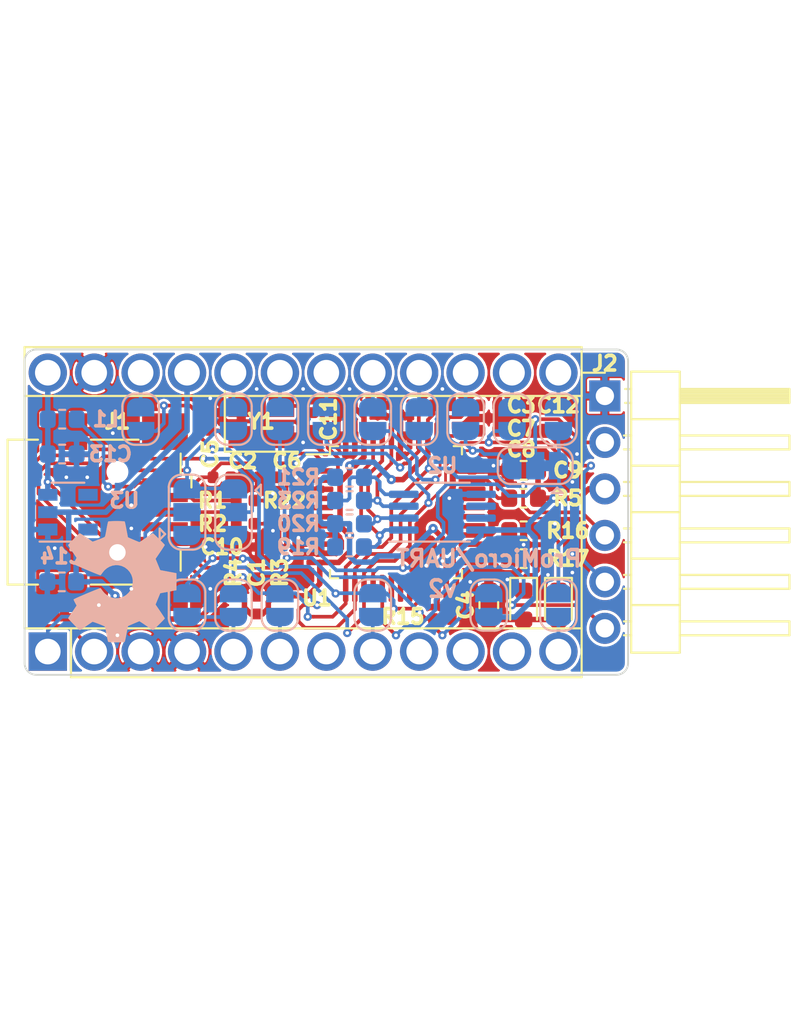
<source format=kicad_pcb>
(kicad_pcb (version 20171130) (host pcbnew 5.1.9)
  (title_block (title UART) (date 2021-10-24) (rev v2.0) (company nerdyscout))
  (layers (0 F.Cu mixed) (1 In1.Cu signal hide) (2 In2.Cu signal hide) (31 B.Cu mixed) (34 B.Paste user) (35 F.Paste user) (36 B.SilkS user) (37 F.SilkS user) (38 B.Mask user hide) (39 F.Mask user hide) (44 Edge.Cuts user))
  (net 0 "")
  (net 1 GND)
  (net 2 +3V3)
  (net 3 ADBUS0)
  (net 4 "Net-(C2-Pad1)")
  (net 5 "Net-(C5-Pad1)")
  (net 6 "Net-(C6-Pad1)")
  (net 7 "Net-(C7-Pad1)")
  (net 8 "Net-(C8-Pad1)")
  (net 9 "Net-(R1-Pad1)")
  (net 10 "Net-(R2-Pad1)")
  (net 11 /EECS)
  (net 12 /EECLK)
  (net 13 "Net-(R21-Pad1)")
  (net 14 "Net-(R22-Pad1)")
  (net 15 /EEDAT)
  (net 16 "Net-(D1-Pad1)")
  (net 17 "Net-(D2-Pad1)")
  (net 18 +5V)
  (net 19 ACBUS0)
  (net 20 ADBUS4)
  (net 21 PWRSAV)
  (net 22 TXLED)
  (net 23 RXLED)
  (net 24 "Net-(R5-Pad1)")
  (net 25 "Net-(J2-Pad2)")
  (net 26 ADBUS2)
  (net 27 ADBUS3)
  (net 28 ADBUS1)
  (net 29 /~RST)
  (net 30 /CS1)
  (net 31 /TCK)
  (net 32 /TMS)
  (net 33 /TDO)
  (net 34 /PWM)
  (net 35 /TDI)
  (net 36 /SCK)
  (net 37 /SCL)
  (net 38 /CIPO)
  (net 39 /SDA)
  (net 40 /COPI)
  (net 41 /CS0)
  (net 42 /TXD)
  (net 43 /RXD)
  (net 44 "Net-(J1-Pad3)")
  (net 45 "Net-(J1-Pad2)")
  (module Connector_USB:USB_Mini-B_Wuerth_65100516121_Horizontal (layer F.Cu) (at 130.81 93.98 270)
    (fp_text reference J1 (at -4.953 0 180) (layer F.SilkS) (effects (font (size 0.8 0.8) (thickness 0.2))))
    (fp_text value USB_B_Mini)
    (pad "" np_thru_hole circle (at 2.2 0 270) (size 0.9 0.9) (drill 0.9) (layers *.Cu *.Mask))
    (pad "" np_thru_hole circle (at -2.2 0 270) (size 0.9 0.9) (drill 0.9) (layers *.Cu *.Mask))
    (pad 5 smd rect (at 1.6 -2.6 270) (size 0.5 2.5) (layers F.Cu F.Paste F.Mask) (net 1 GND))
    (pad 4 smd rect (at 0.8 -2.6 270) (size 0.5 2.5) (layers F.Cu F.Paste F.Mask))
    (pad 3 smd rect (at 0 -2.6 270) (size 0.5 2.5) (layers F.Cu F.Paste F.Mask) (net 44 "Net-(J1-Pad3)"))
    (pad 2 smd rect (at -0.8 -2.6 270) (size 0.5 2.5) (layers F.Cu F.Paste F.Mask) (net 45 "Net-(J1-Pad2)"))
    (pad 1 smd rect (at -1.6 -2.6 270) (size 0.5 2.5) (layers F.Cu F.Paste F.Mask) (net 4 "Net-(C2-Pad1)"))
    (pad 6 smd rect (at 4.4 -2.6 270) (size 2 2.5) (layers F.Cu F.Paste F.Mask) (net 1 GND))
    (pad 6 smd rect (at -4.4 -2.6 270) (size 2 2.5) (layers F.Cu F.Paste F.Mask) (net 1 GND))
    (pad 6 smd rect (at 4.4 2.9 270) (size 2 2.5) (layers F.Cu F.Paste F.Mask) (net 1 GND))
    (pad 6 smd rect (at -4.4 2.9 270) (size 2 2.5) (layers F.Cu F.Paste F.Mask) (net 1 GND))
  )
  (module Module:Sparkfun_Pro_Micro (layer F.Cu) (at 127 101.6 90)
    (fp_text reference A1 (at 1.905 3.81) (layer F.SilkS) (effects (font (size 0.8 0.8) (thickness 0.2))))
    (fp_text value Sparkfun_Pro_Micro_3V3 hide)
    (pad 24 thru_hole circle (at 15.24 0 90) (size 2.1 2.1) (drill 1.4) (layers *.Cu *.Mask) (net 18 +5V))
    (pad 23 thru_hole circle (at 15.24 2.54 90) (size 2.1 2.1) (drill 1.4) (layers *.Cu *.Mask) (net 1 GND))
    (pad 22 thru_hole circle (at 15.24 5.08 90) (size 2.1 2.1) (drill 1.4) (layers *.Cu *.Mask) (net 29 /~RST))
    (pad 12 thru_hole circle (at 0 27.94 90) (size 2.1 2.1) (drill 1.4) (layers *.Cu *.Mask) (net 30 /CS1))
    (pad 21 thru_hole circle (at 15.24 7.62 90) (size 2.1 2.1) (drill 1.4) (layers *.Cu *.Mask) (net 2 +3V3))
    (pad 11 thru_hole circle (at 0 25.4 90) (size 2.1 2.1) (drill 1.4) (layers *.Cu *.Mask))
    (pad 20 thru_hole circle (at 15.24 10.16 90) (size 2.1 2.1) (drill 1.4) (layers *.Cu *.Mask) (net 31 /TCK))
    (pad 10 thru_hole circle (at 0 22.86 90) (size 2.1 2.1) (drill 1.4) (layers *.Cu *.Mask))
    (pad 19 thru_hole circle (at 15.24 12.7 90) (size 2.1 2.1) (drill 1.4) (layers *.Cu *.Mask) (net 32 /TMS))
    (pad 9 thru_hole circle (at 0 20.32 90) (size 2.1 2.1) (drill 1.4) (layers *.Cu *.Mask))
    (pad 18 thru_hole circle (at 15.24 15.24 90) (size 2.1 2.1) (drill 1.4) (layers *.Cu *.Mask) (net 33 /TDO))
    (pad 8 thru_hole circle (at 0 17.78 90) (size 2.1 2.1) (drill 1.4) (layers *.Cu *.Mask) (net 34 /PWM))
    (pad 17 thru_hole circle (at 15.24 17.78 90) (size 2.1 2.1) (drill 1.4) (layers *.Cu *.Mask) (net 35 /TDI))
    (pad 7 thru_hole circle (at 0 15.24 90) (size 2.1 2.1) (drill 1.4) (layers *.Cu *.Mask))
    (pad 16 thru_hole circle (at 15.24 20.32 90) (size 2.1 2.1) (drill 1.4) (layers *.Cu *.Mask) (net 36 /SCK))
    (pad 6 thru_hole circle (at 0 12.7 90) (size 2.1 2.1) (drill 1.4) (layers *.Cu *.Mask) (net 37 /SCL))
    (pad 15 thru_hole circle (at 15.24 22.86 90) (size 2.1 2.1) (drill 1.4) (layers *.Cu *.Mask) (net 38 /CIPO))
    (pad 5 thru_hole circle (at 0 10.16 90) (size 2.1 2.1) (drill 1.4) (layers *.Cu *.Mask) (net 39 /SDA))
    (pad 14 thru_hole circle (at 15.24 25.4 90) (size 2.1 2.1) (drill 1.4) (layers *.Cu *.Mask) (net 40 /COPI))
    (pad 4 thru_hole circle (at 0 7.62 90) (size 2.1 2.1) (drill 1.4) (layers *.Cu *.Mask) (net 1 GND))
    (pad 13 thru_hole circle (at 15.24 27.94 90) (size 2.1 2.1) (drill 1.4) (layers *.Cu *.Mask) (net 41 /CS0))
    (pad 3 thru_hole circle (at 0 5.08 90) (size 2.1 2.1) (drill 1.4) (layers *.Cu *.Mask) (net 1 GND))
    (pad 2 thru_hole circle (at 0 2.54 90) (size 2.1 2.1) (drill 1.4) (layers *.Cu *.Mask) (net 42 /TXD))
    (pad 1 thru_hole rect (at 0 0 90) (size 2.1 2.1) (drill 1.4) (layers *.Cu *.Mask) (net 43 /RXD))
  )
  (module Resistor_SMD:R_0603_1608Metric (layer F.Cu) (at 153.035 94.996)
    (fp_text reference R16 (at 2.413 0) (layer F.SilkS) (effects (font (size 0.8 0.8) (thickness 0.2))))
    (fp_text value 220 hide)
    (pad 2 smd roundrect (at 0.7875 0) (size 0.875 0.95) (layers F.Cu F.Paste F.Mask) (net 16 "Net-(D1-Pad1)"))
    (pad 1 smd roundrect (at -0.7875 0) (size 0.875 0.95) (layers F.Cu F.Paste F.Mask) (net 22 TXLED))
  )
  (module Resistor_SMD:R_0603_1608Metric (layer F.Cu) (at 153.035 96.52)
    (fp_text reference R17 (at 2.413 0) (layer F.SilkS) (effects (font (size 0.8 0.8) (thickness 0.2))))
    (fp_text value 220 hide)
    (pad 2 smd roundrect (at 0.7875 0) (size 0.875 0.95) (layers F.Cu F.Paste F.Mask) (net 17 "Net-(D2-Pad1)"))
    (pad 1 smd roundrect (at -0.7875 0) (size 0.875 0.95) (layers F.Cu F.Paste F.Mask) (net 23 RXLED))
  )
  (module Resistor_SMD:R_0603_1608Metric (layer F.Cu) (at 153.035 93.218)
    (fp_text reference R5 (at 2.413 0) (layer F.SilkS) (effects (font (size 0.8 0.8) (thickness 0.2))))
    (fp_text value 1k hide)
    (pad 2 smd roundrect (at 0.7875 0) (size 0.875 0.95) (layers F.Cu F.Paste F.Mask) (net 2 +3V3))
    (pad 1 smd roundrect (at -0.7875 0) (size 0.875 0.95) (layers F.Cu F.Paste F.Mask) (net 24 "Net-(R5-Pad1)"))
  )
  (module Resistor_SMD:R_0603_1608Metric (layer F.Cu) (at 153.035 91.694 180)
    (fp_text reference C9 (at -2.413 0) (layer F.SilkS) (effects (font (size 0.8 0.8) (thickness 0.2))))
    (fp_text value 4.7µ hide)
    (pad 2 smd roundrect (at 0.7875 0 180) (size 0.875 0.95) (layers F.Cu F.Paste F.Mask) (net 1 GND))
    (pad 1 smd roundrect (at -0.7875 0 180) (size 0.875 0.95) (layers F.Cu F.Paste F.Mask) (net 2 +3V3))
  )
  (module Crystal:Crystal_SMD_3225-4Pin_3.2x2.5mm (layer F.Cu) (at 138.684 89.027)
    (fp_text reference Y1 (at 0 0) (layer F.SilkS) (effects (font (size 0.8 0.8) (thickness 0.2))))
    (fp_text value 12MHz hide)
    (pad 4 smd rect (at -1.1 -0.85) (size 1.4 1.2) (layers F.Cu F.Paste F.Mask) (net 1 GND))
    (pad 3 smd rect (at 1.1 -0.85) (size 1.4 1.2) (layers F.Cu F.Paste F.Mask) (net 6 "Net-(C6-Pad1)"))
    (pad 2 smd rect (at 1.1 0.85) (size 1.4 1.2) (layers F.Cu F.Paste F.Mask) (net 1 GND))
    (pad 1 smd rect (at -1.1 0.85) (size 1.4 1.2) (layers F.Cu F.Paste F.Mask) (net 5 "Net-(C5-Pad1)"))
  )
  (module Resistor_SMD:R_0603_1608Metric (layer B.Cu) (at 143.51 93.345 180)
    (fp_text reference R23 (at 2.794 0 180) (layer B.SilkS) (effects (font (size 0.8 0.8) (thickness 0.2)) (justify mirror)))
    (fp_text value 2k hide)
    (pad 2 smd roundrect (at 0.7875 0 180) (size 0.875 0.95) (layers B.Cu B.Paste B.Mask) (net 13 "Net-(R21-Pad1)"))
    (pad 1 smd roundrect (at -0.7875 0 180) (size 0.875 0.95) (layers B.Cu B.Paste B.Mask) (net 15 /EEDAT))
  )
  (module Resistor_SMD:R_0603_1608Metric (layer B.Cu) (at 143.51 92.075 180)
    (fp_text reference R21 (at 2.794 0 180) (layer B.SilkS) (effects (font (size 0.8 0.8) (thickness 0.2)) (justify mirror)))
    (fp_text value 10k hide)
    (pad 2 smd roundrect (at 0.7875 0 180) (size 0.875 0.95) (layers B.Cu B.Paste B.Mask) (net 2 +3V3))
    (pad 1 smd roundrect (at -0.7875 0 180) (size 0.875 0.95) (layers B.Cu B.Paste B.Mask) (net 13 "Net-(R21-Pad1)"))
  )
  (module Resistor_SMD:R_0603_1608Metric (layer B.Cu) (at 143.51 94.615 180)
    (fp_text reference R20 (at 2.794 0 180) (layer B.SilkS) (effects (font (size 0.8 0.8) (thickness 0.2)) (justify mirror)))
    (fp_text value 10k hide)
    (pad 2 smd roundrect (at 0.7875 0 180) (size 0.875 0.95) (layers B.Cu B.Paste B.Mask) (net 2 +3V3))
    (pad 1 smd roundrect (at -0.7875 0 180) (size 0.875 0.95) (layers B.Cu B.Paste B.Mask) (net 12 /EECLK))
  )
  (module Resistor_SMD:R_0603_1608Metric (layer B.Cu) (at 143.51 95.885 180)
    (fp_text reference R19 (at 2.794 0 180) (layer B.SilkS) (effects (font (size 0.8 0.8) (thickness 0.2)) (justify mirror)))
    (fp_text value 10k hide)
    (pad 2 smd roundrect (at 0.7875 0 180) (size 0.875 0.95) (layers B.Cu B.Paste B.Mask) (net 2 +3V3))
    (pad 1 smd roundrect (at -0.7875 0 180) (size 0.875 0.95) (layers B.Cu B.Paste B.Mask) (net 11 /EECS))
  )
  (module Jumper:SolderJumper-2_P1.3mm_Open_RoundedPad1.0x1.5mm (layer B.Cu) (at 151.13 99.06 270)
    (fp_text reference JP18 hide)
    (fp_text value Jumper_NO_Small hide)
    (pad 2 smd custom (at 0.65 0 270) (size 1 0.5) (layers B.Cu B.Mask) (net 2 +3V3) (options (clearance outline) (anchor rect)) (primitives (gr_circle (center 0 -0.25) (end 0.5 -0.25) (width 0)) (gr_circle (center 0 0.25) (end 0.5 0.25) (width 0)) (gr_poly (pts (xy 0 0.75) (xy -0.5 0.75) (xy -0.5 -0.75) (xy 0 -0.75)) (width 0))))
    (pad 1 smd custom (at -0.65 0 270) (size 1 0.5) (layers B.Cu B.Mask) (net 18 +5V) (options (clearance outline) (anchor rect)) (primitives (gr_circle (center 0 -0.25) (end 0.5 -0.25) (width 0)) (gr_circle (center 0 0.25) (end 0.5 0.25) (width 0)) (gr_poly (pts (xy 0 0.75) (xy 0.5 0.75) (xy 0.5 -0.75) (xy 0 -0.75)) (width 0))))
  )
  (module Jumper:SolderJumper-2_P1.3mm_Open_RoundedPad1.0x1.5mm (layer B.Cu) (at 132.08 88.9 90)
    (fp_text reference JP17 hide)
    (fp_text value Jumper_NO_Small hide)
    (pad 2 smd custom (at 0.65 0 90) (size 1 0.5) (layers B.Cu B.Mask) (net 29 /~RST) (options (clearance outline) (anchor rect)) (primitives (gr_circle (center 0 -0.25) (end 0.5 -0.25) (width 0)) (gr_circle (center 0 0.25) (end 0.5 0.25) (width 0)) (gr_poly (pts (xy 0 0.75) (xy -0.5 0.75) (xy -0.5 -0.75) (xy 0 -0.75)) (width 0))))
    (pad 1 smd custom (at -0.65 0 90) (size 1 0.5) (layers B.Cu B.Mask) (net 19 ACBUS0) (options (clearance outline) (anchor rect)) (primitives (gr_circle (center 0 -0.25) (end 0.5 -0.25) (width 0)) (gr_circle (center 0 0.25) (end 0.5 0.25) (width 0)) (gr_poly (pts (xy 0 0.75) (xy 0.5 0.75) (xy 0.5 -0.75) (xy 0 -0.75)) (width 0))))
  )
  (module Package_QFP:LQFP-48_7x7mm_P0.5mm (layer F.Cu) (at 146.05 93.98)
    (fp_text reference U1 (at -4.318 4.699) (layer F.SilkS) (effects (font (size 0.8 0.8) (thickness 0.2))))
    (fp_text value FT232H hide)
    (pad 48 smd roundrect (at -2.75 -4.1625) (size 0.3 1.475) (layers F.Cu F.Paste F.Mask) (net 1 GND))
    (pad 47 smd roundrect (at -2.25 -4.1625) (size 0.3 1.475) (layers F.Cu F.Paste F.Mask) (net 1 GND))
    (pad 46 smd roundrect (at -1.75 -4.1625) (size 0.3 1.475) (layers F.Cu F.Paste F.Mask) (net 2 +3V3))
    (pad 45 smd roundrect (at -1.25 -4.1625) (size 0.3 1.475) (layers F.Cu F.Paste F.Mask) (net 11 /EECS))
    (pad 44 smd roundrect (at -0.75 -4.1625) (size 0.3 1.475) (layers F.Cu F.Paste F.Mask) (net 12 /EECLK))
    (pad 43 smd roundrect (at -0.25 -4.1625) (size 0.3 1.475) (layers F.Cu F.Paste F.Mask) (net 15 /EEDAT))
    (pad 42 smd roundrect (at 0.25 -4.1625) (size 0.3 1.475) (layers F.Cu F.Paste F.Mask) (net 1 GND))
    (pad 41 smd roundrect (at 0.75 -4.1625) (size 0.3 1.475) (layers F.Cu F.Paste F.Mask) (net 1 GND))
    (pad 40 smd roundrect (at 1.25 -4.1625) (size 0.3 1.475) (layers F.Cu F.Paste F.Mask) (net 4 "Net-(C2-Pad1)"))
    (pad 39 smd roundrect (at 1.75 -4.1625) (size 0.3 1.475) (layers F.Cu F.Paste F.Mask) (net 2 +3V3))
    (pad 38 smd roundrect (at 2.25 -4.1625) (size 0.3 1.475) (layers F.Cu F.Paste F.Mask) (net 7 "Net-(C7-Pad1)"))
    (pad 37 smd roundrect (at 2.75 -4.1625) (size 0.3 1.475) (layers F.Cu F.Paste F.Mask) (net 8 "Net-(C8-Pad1)"))
    (pad 36 smd roundrect (at 4.1625 -2.75) (size 1.475 0.3) (layers F.Cu F.Paste F.Mask) (net 1 GND))
    (pad 35 smd roundrect (at 4.1625 -2.25) (size 1.475 0.3) (layers F.Cu F.Paste F.Mask) (net 1 GND))
    (pad 34 smd roundrect (at 4.1625 -1.75) (size 1.475 0.3) (layers F.Cu F.Paste F.Mask) (net 24 "Net-(R5-Pad1)"))
    (pad 33 smd roundrect (at 4.1625 -1.25) (size 1.475 0.3) (layers F.Cu F.Paste F.Mask))
    (pad 32 smd roundrect (at 4.1625 -0.75) (size 1.475 0.3) (layers F.Cu F.Paste F.Mask))
    (pad 31 smd roundrect (at 4.1625 -0.25) (size 1.475 0.3) (layers F.Cu F.Paste F.Mask) (net 21 PWRSAV))
    (pad 30 smd roundrect (at 4.1625 0.25) (size 1.475 0.3) (layers F.Cu F.Paste F.Mask))
    (pad 29 smd roundrect (at 4.1625 0.75) (size 1.475 0.3) (layers F.Cu F.Paste F.Mask))
    (pad 28 smd roundrect (at 4.1625 1.25) (size 1.475 0.3) (layers F.Cu F.Paste F.Mask) (net 22 TXLED))
    (pad 27 smd roundrect (at 4.1625 1.75) (size 1.475 0.3) (layers F.Cu F.Paste F.Mask) (net 23 RXLED))
    (pad 26 smd roundrect (at 4.1625 2.25) (size 1.475 0.3) (layers F.Cu F.Paste F.Mask))
    (pad 25 smd roundrect (at 4.1625 2.75) (size 1.475 0.3) (layers F.Cu F.Paste F.Mask))
    (pad 24 smd roundrect (at 2.75 4.1625) (size 0.3 1.475) (layers F.Cu F.Paste F.Mask) (net 2 +3V3))
    (pad 23 smd roundrect (at 2.25 4.1625) (size 0.3 1.475) (layers F.Cu F.Paste F.Mask) (net 1 GND))
    (pad 22 smd roundrect (at 1.75 4.1625) (size 0.3 1.475) (layers F.Cu F.Paste F.Mask) (net 1 GND))
    (pad 21 smd roundrect (at 1.25 4.1625) (size 0.3 1.475) (layers F.Cu F.Paste F.Mask) (net 19 ACBUS0))
    (pad 20 smd roundrect (at 0.75 4.1625) (size 0.3 1.475) (layers F.Cu F.Paste F.Mask))
    (pad 19 smd roundrect (at 0.25 4.1625) (size 0.3 1.475) (layers F.Cu F.Paste F.Mask))
    (pad 18 smd roundrect (at -0.25 4.1625) (size 0.3 1.475) (layers F.Cu F.Paste F.Mask))
    (pad 17 smd roundrect (at -0.75 4.1625) (size 0.3 1.475) (layers F.Cu F.Paste F.Mask) (net 20 ADBUS4))
    (pad 16 smd roundrect (at -1.25 4.1625) (size 0.3 1.475) (layers F.Cu F.Paste F.Mask) (net 27 ADBUS3))
    (pad 15 smd roundrect (at -1.75 4.1625) (size 0.3 1.475) (layers F.Cu F.Paste F.Mask) (net 26 ADBUS2))
    (pad 14 smd roundrect (at -2.25 4.1625) (size 0.3 1.475) (layers F.Cu F.Paste F.Mask) (net 28 ADBUS1))
    (pad 13 smd roundrect (at -2.75 4.1625) (size 0.3 1.475) (layers F.Cu F.Paste F.Mask) (net 3 ADBUS0))
    (pad 12 smd roundrect (at -4.1625 2.75) (size 1.475 0.3) (layers F.Cu F.Paste F.Mask) (net 2 +3V3))
    (pad 11 smd roundrect (at -4.1625 2.25) (size 1.475 0.3) (layers F.Cu F.Paste F.Mask) (net 1 GND))
    (pad 10 smd roundrect (at -4.1625 1.75) (size 1.475 0.3) (layers F.Cu F.Paste F.Mask) (net 1 GND))
    (pad 9 smd roundrect (at -4.1625 1.25) (size 1.475 0.3) (layers F.Cu F.Paste F.Mask) (net 1 GND))
    (pad 8 smd roundrect (at -4.1625 0.75) (size 1.475 0.3) (layers F.Cu F.Paste F.Mask) (net 2 +3V3))
    (pad 7 smd roundrect (at -4.1625 0.25) (size 1.475 0.3) (layers F.Cu F.Paste F.Mask) (net 10 "Net-(R2-Pad1)"))
    (pad 6 smd roundrect (at -4.1625 -0.25) (size 1.475 0.3) (layers F.Cu F.Paste F.Mask) (net 9 "Net-(R1-Pad1)"))
    (pad 5 smd roundrect (at -4.1625 -0.75) (size 1.475 0.3) (layers F.Cu F.Paste F.Mask) (net 14 "Net-(R22-Pad1)"))
    (pad 4 smd roundrect (at -4.1625 -1.25) (size 1.475 0.3) (layers F.Cu F.Paste F.Mask) (net 1 GND))
    (pad 3 smd roundrect (at -4.1625 -1.75) (size 1.475 0.3) (layers F.Cu F.Paste F.Mask) (net 2 +3V3))
    (pad 2 smd roundrect (at -4.1625 -2.25) (size 1.475 0.3) (layers F.Cu F.Paste F.Mask) (net 6 "Net-(C6-Pad1)"))
    (pad 1 smd roundrect (at -4.1625 -2.75) (size 1.475 0.3) (layers F.Cu F.Paste F.Mask) (net 5 "Net-(C5-Pad1)"))
  )
  (module Package_SO:MSOP-8_3x3mm_P0.65mm (layer B.Cu) (at 148.59 93.98)
    (fp_text reference U2 (at 0 -2.54 180) (layer B.SilkS) (effects (font (size 0.8 0.8) (thickness 0.2)) (justify mirror)))
    (fp_text value 93CxxB hide)
    (pad 8 smd roundrect (at 2.1125 0.975) (size 1.625 0.4) (layers B.Cu B.Paste B.Mask) (net 2 +3V3))
    (pad 7 smd roundrect (at 2.1125 0.325) (size 1.625 0.4) (layers B.Cu B.Paste B.Mask))
    (pad 6 smd roundrect (at 2.1125 -0.325) (size 1.625 0.4) (layers B.Cu B.Paste B.Mask))
    (pad 5 smd roundrect (at 2.1125 -0.975) (size 1.625 0.4) (layers B.Cu B.Paste B.Mask) (net 1 GND))
    (pad 4 smd roundrect (at -2.1125 -0.975) (size 1.625 0.4) (layers B.Cu B.Paste B.Mask) (net 13 "Net-(R21-Pad1)"))
    (pad 3 smd roundrect (at -2.1125 -0.325) (size 1.625 0.4) (layers B.Cu B.Paste B.Mask) (net 15 /EEDAT))
    (pad 2 smd roundrect (at -2.1125 0.325) (size 1.625 0.4) (layers B.Cu B.Paste B.Mask) (net 12 /EECLK))
    (pad 1 smd roundrect (at -2.1125 0.975) (size 1.625 0.4) (layers B.Cu B.Paste B.Mask) (net 11 /EECS))
  )
  (module Resistor_SMD:R_0402_1005Metric (layer F.Cu) (at 139.065 92.075 180)
    (fp_text reference R22 (at -0.889 -1.27 180) (layer F.SilkS) (effects (font (size 0.8 0.8) (thickness 0.2))))
    (fp_text value 12k hide)
    (pad 2 smd roundrect (at 0.485 0 180) (size 0.59 0.64) (layers F.Cu F.Paste F.Mask) (net 1 GND))
    (pad 1 smd roundrect (at -0.485 0 180) (size 0.59 0.64) (layers F.Cu F.Paste F.Mask) (net 14 "Net-(R22-Pad1)"))
  )
  (module Capacitor_SMD:C_0402_1005Metric (layer F.Cu) (at 151.13 89.535)
    (fp_text reference C8 (at 1.778 1.016 180) (layer F.SilkS) (effects (font (size 0.8 0.8) (thickness 0.2))))
    (fp_text value 100n hide)
    (pad 2 smd roundrect (at 0.485 0) (size 0.59 0.64) (layers F.Cu F.Paste F.Mask) (net 1 GND))
    (pad 1 smd roundrect (at -0.485 0) (size 0.59 0.64) (layers F.Cu F.Paste F.Mask) (net 8 "Net-(C8-Pad1)"))
  )
  (module Capacitor_SMD:C_0402_1005Metric (layer F.Cu) (at 151.13 88.138)
    (fp_text reference C7 (at 1.778 1.27 180) (layer F.SilkS) (effects (font (size 0.8 0.8) (thickness 0.2))))
    (fp_text value 100n hide)
    (pad 2 smd roundrect (at 0.485 0) (size 0.59 0.64) (layers F.Cu F.Paste F.Mask) (net 1 GND))
    (pad 1 smd roundrect (at -0.485 0) (size 0.59 0.64) (layers F.Cu F.Paste F.Mask) (net 7 "Net-(C7-Pad1)"))
  )
  (module Symbol:OSHW-Symbol_6.7x6mm_SilkScreen (layer B.Cu) (at 131.064 97.79 90)
    (fp_text reference LOGO1 hide)
    (fp_text value Logo_Open_Hardware_Small hide)
  )
  (module Jumper:SolderJumper-3_P1.3mm_Open_RoundedPad1.0x1.5mm (layer B.Cu) (at 137.16 93.98 270)
    (fp_text reference JP11 hide)
    (fp_text value Jumper_3_Bridged12 hide)
    (pad 2 smd rect (at 0 0 270) (size 1 1.5) (layers B.Cu B.Mask) (net 42 /TXD))
    (pad 3 smd custom (at 1.3 0 270) (size 1 0.5) (layers B.Cu B.Mask) (net 28 ADBUS1) (options (clearance outline) (anchor rect)) (primitives (gr_circle (center 0 -0.25) (end 0.5 -0.25) (width 0)) (gr_circle (center 0 0.25) (end 0.5 0.25) (width 0)) (gr_poly (pts (xy -0.55 0.75) (xy 0 0.75) (xy 0 -0.75) (xy -0.55 -0.75)) (width 0))))
    (pad 1 smd custom (at -1.3 0 270) (size 1 0.5) (layers B.Cu B.Mask) (net 3 ADBUS0) (options (clearance outline) (anchor rect)) (primitives (gr_circle (center 0 -0.25) (end 0.5 -0.25) (width 0)) (gr_circle (center 0 0.25) (end 0.5 0.25) (width 0)) (gr_poly (pts (xy 0.55 0.75) (xy 0 0.75) (xy 0 -0.75) (xy 0.55 -0.75)) (width 0))))
  )
  (module Jumper:SolderJumper-3_P1.3mm_Open_RoundedPad1.0x1.5mm (layer B.Cu) (at 134.62 93.98 90)
    (fp_text reference JP10 hide)
    (fp_text value Jumper_3_Bridged12 hide)
    (pad 2 smd rect (at 0 0 90) (size 1 1.5) (layers B.Cu B.Mask) (net 43 /RXD))
    (pad 3 smd custom (at 1.3 0 90) (size 1 0.5) (layers B.Cu B.Mask) (net 3 ADBUS0) (options (clearance outline) (anchor rect)) (primitives (gr_circle (center 0 -0.25) (end 0.5 -0.25) (width 0)) (gr_circle (center 0 0.25) (end 0.5 0.25) (width 0)) (gr_poly (pts (xy -0.55 0.75) (xy 0 0.75) (xy 0 -0.75) (xy -0.55 -0.75)) (width 0))))
    (pad 1 smd custom (at -1.3 0 90) (size 1 0.5) (layers B.Cu B.Mask) (net 28 ADBUS1) (options (clearance outline) (anchor rect)) (primitives (gr_circle (center 0 -0.25) (end 0.5 -0.25) (width 0)) (gr_circle (center 0 0.25) (end 0.5 0.25) (width 0)) (gr_poly (pts (xy 0.55 0.75) (xy 0 0.75) (xy 0 -0.75) (xy 0.55 -0.75)) (width 0))))
  )
  (module Capacitor_SMD:C_0603_1608Metric (layer B.Cu) (at 127.762 97.79 180)
    (fp_text reference C14 (at 0 1.397 180) (layer B.SilkS) (effects (font (size 0.8 0.8) (thickness 0.2)) (justify mirror)))
    (fp_text value 1µ hide)
    (pad 2 smd roundrect (at 0.7875 0 180) (size 0.875 0.95) (layers B.Cu B.Paste B.Mask) (net 1 GND))
    (pad 1 smd roundrect (at -0.7875 0 180) (size 0.875 0.95) (layers B.Cu B.Paste B.Mask) (net 2 +3V3))
  )
  (module Capacitor_SMD:C_0603_1608Metric (layer B.Cu) (at 127.7875 90.805)
    (fp_text reference C13 (at 2.6415 0 180) (layer B.SilkS) (effects (font (size 0.8 0.8) (thickness 0.2)) (justify mirror)))
    (fp_text value 1µ hide)
    (pad 2 smd roundrect (at 0.7875 0) (size 0.875 0.95) (layers B.Cu B.Paste B.Mask) (net 1 GND))
    (pad 1 smd roundrect (at -0.7875 0) (size 0.875 0.95) (layers B.Cu B.Paste B.Mask) (net 18 +5V))
  )
  (module Jumper:SolderJumper-3_P1.3mm_Bridged12_RoundedPad1.0x1.5mm (layer B.Cu) (at 153.67 91.44 180)
    (fp_text reference JP16 hide)
    (fp_text value Jumper_3_Bridged12 hide)
    (fp_poly (pts (xy -0.9 0.3) (xy -0.4 0.3) (xy -0.4 -0.3) (xy -0.9 -0.3)) (layer B.Cu) (width 0))
    (pad 1 smd custom (at -1.3 0 180) (size 1 0.5) (layers B.Cu B.Mask) (net 27 ADBUS3) (options (clearance outline) (anchor rect)) (primitives (gr_circle (center 0 -0.25) (end 0.5 -0.25) (width 0)) (gr_circle (center 0 0.25) (end 0.5 0.25) (width 0)) (gr_poly (pts (xy 0.55 0.75) (xy 0 0.75) (xy 0 -0.75) (xy 0.55 -0.75)) (width 0))))
    (pad 2 smd rect (at 0 0 180) (size 1 1.5) (layers B.Cu B.Mask) (net 25 "Net-(J2-Pad2)"))
    (pad 3 smd custom (at 1.3 0 180) (size 1 0.5) (layers B.Cu B.Mask) (net 26 ADBUS2) (options (clearance outline) (anchor rect)) (primitives (gr_circle (center 0 -0.25) (end 0.5 -0.25) (width 0)) (gr_circle (center 0 0.25) (end 0.5 0.25) (width 0)) (gr_poly (pts (xy -0.55 0.75) (xy 0 0.75) (xy 0 -0.75) (xy -0.55 -0.75)) (width 0))))
  )
  (module Package_TO_SOT_SMD:SOT-23-5 (layer B.Cu) (at 128.1 93.98)
    (fp_text reference U3 (at 3.091 -0.635 180) (layer B.SilkS) (effects (font (size 0.8 0.8) (thickness 0.2)) (justify mirror)))
    (fp_text value AZ1117-3.3 hide)
    (pad 5 smd rect (at 1.1 0.95) (size 1.06 0.65) (layers B.Cu B.Paste B.Mask))
    (pad 4 smd rect (at 1.1 -0.95) (size 1.06 0.65) (layers B.Cu B.Paste B.Mask))
    (pad 3 smd rect (at -1.1 -0.95) (size 1.06 0.65) (layers B.Cu B.Paste B.Mask) (net 18 +5V))
    (pad 2 smd rect (at -1.1 0) (size 1.06 0.65) (layers B.Cu B.Paste B.Mask) (net 2 +3V3))
    (pad 1 smd rect (at -1.1 0.95) (size 1.06 0.65) (layers B.Cu B.Paste B.Mask) (net 1 GND))
  )
  (module Capacitor_SMD:C_0402_1005Metric (layer F.Cu) (at 138.43 99.06 90)
    (fp_text reference C1 (at 1.778 0 90) (layer F.SilkS) (effects (font (size 0.8 0.8) (thickness 0.2))))
    (fp_text value 100n hide)
    (pad 2 smd roundrect (at 0.485 0 90) (size 0.59 0.64) (layers F.Cu F.Paste F.Mask) (net 1 GND))
    (pad 1 smd roundrect (at -0.485 0 90) (size 0.59 0.64) (layers F.Cu F.Paste F.Mask) (net 2 +3V3))
  )
  (module Capacitor_SMD:C_0402_1005Metric (layer F.Cu) (at 136.525 92.075)
    (fp_text reference C2 (at 1.143 -0.889) (layer F.SilkS) (effects (font (size 0.8 0.8) (thickness 0.2))))
    (fp_text value 4.7µ hide)
    (pad 2 smd roundrect (at 0.485 0) (size 0.59 0.64) (layers F.Cu F.Paste F.Mask) (net 1 GND))
    (pad 1 smd roundrect (at -0.485 0) (size 0.59 0.64) (layers F.Cu F.Paste F.Mask) (net 4 "Net-(C2-Pad1)"))
  )
  (module Capacitor_SMD:C_0402_1005Metric (layer F.Cu) (at 146.431 88.138 180)
    (fp_text reference C3 (at -6.477 0 180) (layer F.SilkS) (effects (font (size 0.8 0.8) (thickness 0.2))))
    (fp_text value 100n hide)
    (pad 2 smd roundrect (at 0.485 0 180) (size 0.59 0.64) (layers F.Cu F.Paste F.Mask) (net 1 GND))
    (pad 1 smd roundrect (at -0.485 0 180) (size 0.59 0.64) (layers F.Cu F.Paste F.Mask) (net 4 "Net-(C2-Pad1)"))
  )
  (module Capacitor_SMD:C_0402_1005Metric (layer F.Cu) (at 135.89 89.027 90)
    (fp_text reference C5 (at -1.778 0 90) (layer F.SilkS) (effects (font (size 0.8 0.8) (thickness 0.2))))
    (fp_text value 27p hide)
    (pad 2 smd roundrect (at 0.485 0 90) (size 0.59 0.64) (layers F.Cu F.Paste F.Mask) (net 1 GND))
    (pad 1 smd roundrect (at -0.485 0 90) (size 0.59 0.64) (layers F.Cu F.Paste F.Mask) (net 5 "Net-(C5-Pad1)"))
  )
  (module Capacitor_SMD:C_0402_1005Metric (layer F.Cu) (at 141.478 89.027 270)
    (fp_text reference C6 (at 2.159 1.397) (layer F.SilkS) (effects (font (size 0.8 0.8) (thickness 0.2))))
    (fp_text value 27p hide)
    (pad 2 smd roundrect (at 0.485 0 270) (size 0.59 0.64) (layers F.Cu F.Paste F.Mask) (net 1 GND))
    (pad 1 smd roundrect (at -0.485 0 270) (size 0.59 0.64) (layers F.Cu F.Paste F.Mask) (net 6 "Net-(C6-Pad1)"))
  )
  (module Capacitor_SMD:C_0402_1005Metric (layer F.Cu) (at 139.065 95.885)
    (fp_text reference C10 (at -2.54 0) (layer F.SilkS) (effects (font (size 0.8 0.8) (thickness 0.2))))
    (fp_text value 100n hide)
    (pad 2 smd roundrect (at 0.485 0) (size 0.59 0.64) (layers F.Cu F.Paste F.Mask) (net 2 +3V3))
    (pad 1 smd roundrect (at -0.485 0) (size 0.59 0.64) (layers F.Cu F.Paste F.Mask) (net 1 GND))
  )
  (module Capacitor_SMD:C_0402_1005Metric (layer F.Cu) (at 144.145 88.138 180)
    (fp_text reference C11 (at 1.778 -0.762 270) (layer F.SilkS) (effects (font (size 0.8 0.8) (thickness 0.2))))
    (fp_text value 100n hide)
    (pad 2 smd roundrect (at 0.485 0 180) (size 0.59 0.64) (layers F.Cu F.Paste F.Mask) (net 2 +3V3))
    (pad 1 smd roundrect (at -0.485 0 180) (size 0.59 0.64) (layers F.Cu F.Paste F.Mask) (net 1 GND))
  )
  (module Capacitor_SMD:C_0402_1005Metric (layer F.Cu) (at 148.59 88.138)
    (fp_text reference C12 (at 6.35 0 180) (layer F.SilkS) (effects (font (size 0.8 0.8) (thickness 0.2))))
    (fp_text value 100n hide)
    (pad 2 smd roundrect (at 0.485 0) (size 0.59 0.64) (layers F.Cu F.Paste F.Mask) (net 1 GND))
    (pad 1 smd roundrect (at -0.485 0) (size 0.59 0.64) (layers F.Cu F.Paste F.Mask) (net 2 +3V3))
  )
  (module Resistor_SMD:R_0402_1005Metric (layer F.Cu) (at 137.795 93.345 180)
    (fp_text reference R1 (at 1.778 0) (layer F.SilkS) (effects (font (size 0.8 0.8) (thickness 0.2))))
    (fp_text value 22 hide)
    (pad 2 smd roundrect (at 0.485 0 180) (size 0.59 0.64) (layers F.Cu F.Paste F.Mask) (net 45 "Net-(J1-Pad2)"))
    (pad 1 smd roundrect (at -0.485 0 180) (size 0.59 0.64) (layers F.Cu F.Paste F.Mask) (net 9 "Net-(R1-Pad1)"))
  )
  (module Resistor_SMD:R_0402_1005Metric (layer F.Cu) (at 137.795 94.615 180)
    (fp_text reference R2 (at 1.778 0) (layer F.SilkS) (effects (font (size 0.8 0.8) (thickness 0.2))))
    (fp_text value 22 hide)
    (pad 2 smd roundrect (at 0.485 0 180) (size 0.59 0.64) (layers F.Cu F.Paste F.Mask) (net 44 "Net-(J1-Pad3)"))
    (pad 1 smd roundrect (at -0.485 0 180) (size 0.59 0.64) (layers F.Cu F.Paste F.Mask) (net 10 "Net-(R2-Pad1)"))
  )
  (module Resistor_SMD:R_0402_1005Metric (layer F.Cu) (at 139.7 99.06 90)
    (fp_text reference R3 (at 1.778 0 90) (layer F.SilkS) (effects (font (size 0.8 0.8) (thickness 0.2))))
    (fp_text value 4k7 hide)
    (pad 2 smd roundrect (at 0.485 0 90) (size 0.59 0.64) (layers F.Cu F.Paste F.Mask) (net 2 +3V3))
    (pad 1 smd roundrect (at -0.485 0 90) (size 0.59 0.64) (layers F.Cu F.Paste F.Mask) (net 37 /SCL))
  )
  (module Resistor_SMD:R_0402_1005Metric (layer F.Cu) (at 137.16 99.06 90)
    (fp_text reference R4 (at 1.778 0 90) (layer F.SilkS) (effects (font (size 0.8 0.8) (thickness 0.2))))
    (fp_text value 4k7 hide)
    (pad 2 smd roundrect (at 0.485 0 90) (size 0.59 0.64) (layers F.Cu F.Paste F.Mask) (net 2 +3V3))
    (pad 1 smd roundrect (at -0.485 0 90) (size 0.59 0.64) (layers F.Cu F.Paste F.Mask) (net 39 /SDA))
  )
  (module Resistor_SMD:R_0402_1005Metric (layer F.Cu) (at 148.59 99.822 180)
    (fp_text reference R15 (at 2.159 0.127) (layer F.SilkS) (effects (font (size 0.8 0.8) (thickness 0.2))))
    (fp_text value 39k hide)
    (pad 2 smd roundrect (at 0.485 0 180) (size 0.59 0.64) (layers F.Cu F.Paste F.Mask) (net 18 +5V))
    (pad 1 smd roundrect (at -0.485 0 180) (size 0.59 0.64) (layers F.Cu F.Paste F.Mask) (net 21 PWRSAV))
  )
  (module Inductor_SMD:L_0603_1608Metric (layer B.Cu) (at 127.7875 88.9)
    (fp_text reference L1 (at 2.3875 0 180) (layer B.SilkS) (effects (font (size 0.8 0.8) (thickness 0.2)) (justify mirror)))
    (fp_text value 0 hide)
    (pad 2 smd roundrect (at 0.7875 0) (size 0.875 0.95) (layers B.Cu B.Paste B.Mask) (net 4 "Net-(C2-Pad1)"))
    (pad 1 smd roundrect (at -0.7875 0) (size 0.875 0.95) (layers B.Cu B.Paste B.Mask) (net 18 +5V))
  )
  (module Jumper:SolderJumper-2_P1.3mm_Open_RoundedPad1.0x1.5mm (layer B.Cu) (at 139.7 99.06 270)
    (fp_text reference JP15 hide)
    (fp_text value Jumper_NO_Small hide)
    (pad 2 smd custom (at 0.65 0 270) (size 1 0.5) (layers B.Cu B.Mask) (net 37 /SCL) (options (clearance outline) (anchor rect)) (primitives (gr_circle (center 0 -0.25) (end 0.5 -0.25) (width 0)) (gr_circle (center 0 0.25) (end 0.5 0.25) (width 0)) (gr_poly (pts (xy 0 0.75) (xy -0.5 0.75) (xy -0.5 -0.75) (xy 0 -0.75)) (width 0))))
    (pad 1 smd custom (at -0.65 0 270) (size 1 0.5) (layers B.Cu B.Mask) (net 3 ADBUS0) (options (clearance outline) (anchor rect)) (primitives (gr_circle (center 0 -0.25) (end 0.5 -0.25) (width 0)) (gr_circle (center 0 0.25) (end 0.5 0.25) (width 0)) (gr_poly (pts (xy 0 0.75) (xy 0.5 0.75) (xy 0.5 -0.75) (xy 0 -0.75)) (width 0))))
  )
  (module Jumper:SolderJumper-2_P1.3mm_Open_RoundedPad1.0x1.5mm (layer B.Cu) (at 134.62 99.06 270)
    (fp_text reference JP14 hide)
    (fp_text value Jumper_NO_Small hide)
    (pad 2 smd custom (at 0.65 0 270) (size 1 0.5) (layers B.Cu B.Mask) (net 39 /SDA) (options (clearance outline) (anchor rect)) (primitives (gr_circle (center 0 -0.25) (end 0.5 -0.25) (width 0)) (gr_circle (center 0 0.25) (end 0.5 0.25) (width 0)) (gr_poly (pts (xy 0 0.75) (xy -0.5 0.75) (xy -0.5 -0.75) (xy 0 -0.75)) (width 0))))
    (pad 1 smd custom (at -0.65 0 270) (size 1 0.5) (layers B.Cu B.Mask) (net 26 ADBUS2) (options (clearance outline) (anchor rect)) (primitives (gr_circle (center 0 -0.25) (end 0.5 -0.25) (width 0)) (gr_circle (center 0 0.25) (end 0.5 0.25) (width 0)) (gr_poly (pts (xy 0 0.75) (xy 0.5 0.75) (xy 0.5 -0.75) (xy 0 -0.75)) (width 0))))
  )
  (module Jumper:SolderJumper-2_P1.3mm_Open_RoundedPad1.0x1.5mm (layer B.Cu) (at 137.16 99.06 270)
    (fp_text reference JP13 hide)
    (fp_text value Jumper_NO_Small hide)
    (pad 2 smd custom (at 0.65 0 270) (size 1 0.5) (layers B.Cu B.Mask) (net 39 /SDA) (options (clearance outline) (anchor rect)) (primitives (gr_circle (center 0 -0.25) (end 0.5 -0.25) (width 0)) (gr_circle (center 0 0.25) (end 0.5 0.25) (width 0)) (gr_poly (pts (xy 0 0.75) (xy -0.5 0.75) (xy -0.5 -0.75) (xy 0 -0.75)) (width 0))))
    (pad 1 smd custom (at -0.65 0 270) (size 1 0.5) (layers B.Cu B.Mask) (net 28 ADBUS1) (options (clearance outline) (anchor rect)) (primitives (gr_circle (center 0 -0.25) (end 0.5 -0.25) (width 0)) (gr_circle (center 0 0.25) (end 0.5 0.25) (width 0)) (gr_poly (pts (xy 0 0.75) (xy 0.5 0.75) (xy 0.5 -0.75) (xy 0 -0.75)) (width 0))))
  )
  (module Jumper:SolderJumper-2_P1.3mm_Open_RoundedPad1.0x1.5mm (layer B.Cu) (at 144.78 99.06 270)
    (fp_text reference JP12 hide)
    (fp_text value Jumper_NO_Small hide)
    (pad 2 smd custom (at 0.65 0 270) (size 1 0.5) (layers B.Cu B.Mask) (net 34 /PWM) (options (clearance outline) (anchor rect)) (primitives (gr_circle (center 0 -0.25) (end 0.5 -0.25) (width 0)) (gr_circle (center 0 0.25) (end 0.5 0.25) (width 0)) (gr_poly (pts (xy 0 0.75) (xy -0.5 0.75) (xy -0.5 -0.75) (xy 0 -0.75)) (width 0))))
    (pad 1 smd custom (at -0.65 0 270) (size 1 0.5) (layers B.Cu B.Mask) (net 19 ACBUS0) (options (clearance outline) (anchor rect)) (primitives (gr_circle (center 0 -0.25) (end 0.5 -0.25) (width 0)) (gr_circle (center 0 0.25) (end 0.5 0.25) (width 0)) (gr_poly (pts (xy 0 0.75) (xy 0.5 0.75) (xy 0.5 -0.75) (xy 0 -0.75)) (width 0))))
  )
  (module Jumper:SolderJumper-2_P1.3mm_Open_RoundedPad1.0x1.5mm (layer B.Cu) (at 139.7 88.9 90)
    (fp_text reference JP9 hide)
    (fp_text value Jumper_NO_Small hide)
    (pad 2 smd custom (at 0.65 0 90) (size 1 0.5) (layers B.Cu B.Mask) (net 32 /TMS) (options (clearance outline) (anchor rect)) (primitives (gr_circle (center 0 -0.25) (end 0.5 -0.25) (width 0)) (gr_circle (center 0 0.25) (end 0.5 0.25) (width 0)) (gr_poly (pts (xy 0 0.75) (xy -0.5 0.75) (xy -0.5 -0.75) (xy 0 -0.75)) (width 0))))
    (pad 1 smd custom (at -0.65 0 90) (size 1 0.5) (layers B.Cu B.Mask) (net 27 ADBUS3) (options (clearance outline) (anchor rect)) (primitives (gr_circle (center 0 -0.25) (end 0.5 -0.25) (width 0)) (gr_circle (center 0 0.25) (end 0.5 0.25) (width 0)) (gr_poly (pts (xy 0 0.75) (xy 0.5 0.75) (xy 0.5 -0.75) (xy 0 -0.75)) (width 0))))
  )
  (module Jumper:SolderJumper-2_P1.3mm_Open_RoundedPad1.0x1.5mm (layer B.Cu) (at 142.24 88.9 90)
    (fp_text reference JP8 hide)
    (fp_text value Jumper_NO_Small hide)
    (pad 2 smd custom (at 0.65 0 90) (size 1 0.5) (layers B.Cu B.Mask) (net 33 /TDO) (options (clearance outline) (anchor rect)) (primitives (gr_circle (center 0 -0.25) (end 0.5 -0.25) (width 0)) (gr_circle (center 0 0.25) (end 0.5 0.25) (width 0)) (gr_poly (pts (xy 0 0.75) (xy -0.5 0.75) (xy -0.5 -0.75) (xy 0 -0.75)) (width 0))))
    (pad 1 smd custom (at -0.65 0 90) (size 1 0.5) (layers B.Cu B.Mask) (net 26 ADBUS2) (options (clearance outline) (anchor rect)) (primitives (gr_circle (center 0 -0.25) (end 0.5 -0.25) (width 0)) (gr_circle (center 0 0.25) (end 0.5 0.25) (width 0)) (gr_poly (pts (xy 0 0.75) (xy 0.5 0.75) (xy 0.5 -0.75) (xy 0 -0.75)) (width 0))))
  )
  (module Jumper:SolderJumper-2_P1.3mm_Open_RoundedPad1.0x1.5mm (layer B.Cu) (at 144.78 88.9 90)
    (fp_text reference JP7 hide)
    (fp_text value Jumper_NO_Small hide)
    (pad 2 smd custom (at 0.65 0 90) (size 1 0.5) (layers B.Cu B.Mask) (net 35 /TDI) (options (clearance outline) (anchor rect)) (primitives (gr_circle (center 0 -0.25) (end 0.5 -0.25) (width 0)) (gr_circle (center 0 0.25) (end 0.5 0.25) (width 0)) (gr_poly (pts (xy 0 0.75) (xy -0.5 0.75) (xy -0.5 -0.75) (xy 0 -0.75)) (width 0))))
    (pad 1 smd custom (at -0.65 0 90) (size 1 0.5) (layers B.Cu B.Mask) (net 28 ADBUS1) (options (clearance outline) (anchor rect)) (primitives (gr_circle (center 0 -0.25) (end 0.5 -0.25) (width 0)) (gr_circle (center 0 0.25) (end 0.5 0.25) (width 0)) (gr_poly (pts (xy 0 0.75) (xy 0.5 0.75) (xy 0.5 -0.75) (xy 0 -0.75)) (width 0))))
  )
  (module Jumper:SolderJumper-2_P1.3mm_Open_RoundedPad1.0x1.5mm (layer B.Cu) (at 137.16 88.9 90)
    (fp_text reference JP6 hide)
    (fp_text value Jumper_NO_Small hide)
    (pad 2 smd custom (at 0.65 0 90) (size 1 0.5) (layers B.Cu B.Mask) (net 31 /TCK) (options (clearance outline) (anchor rect)) (primitives (gr_circle (center 0 -0.25) (end 0.5 -0.25) (width 0)) (gr_circle (center 0 0.25) (end 0.5 0.25) (width 0)) (gr_poly (pts (xy 0 0.75) (xy -0.5 0.75) (xy -0.5 -0.75) (xy 0 -0.75)) (width 0))))
    (pad 1 smd custom (at -0.65 0 90) (size 1 0.5) (layers B.Cu B.Mask) (net 3 ADBUS0) (options (clearance outline) (anchor rect)) (primitives (gr_circle (center 0 -0.25) (end 0.5 -0.25) (width 0)) (gr_circle (center 0 0.25) (end 0.5 0.25) (width 0)) (gr_poly (pts (xy 0 0.75) (xy 0.5 0.75) (xy 0.5 -0.75) (xy 0 -0.75)) (width 0))))
  )
  (module Jumper:SolderJumper-2_P1.3mm_Open_RoundedPad1.0x1.5mm (layer B.Cu) (at 154.94 88.9 90)
    (fp_text reference JP5 hide)
    (fp_text value Jumper_NO_Small hide)
    (pad 2 smd custom (at 0.65 0 90) (size 1 0.5) (layers B.Cu B.Mask) (net 41 /CS0) (options (clearance outline) (anchor rect)) (primitives (gr_circle (center 0 -0.25) (end 0.5 -0.25) (width 0)) (gr_circle (center 0 0.25) (end 0.5 0.25) (width 0)) (gr_poly (pts (xy 0 0.75) (xy -0.5 0.75) (xy -0.5 -0.75) (xy 0 -0.75)) (width 0))))
    (pad 1 smd custom (at -0.65 0 90) (size 1 0.5) (layers B.Cu B.Mask) (net 27 ADBUS3) (options (clearance outline) (anchor rect)) (primitives (gr_circle (center 0 -0.25) (end 0.5 -0.25) (width 0)) (gr_circle (center 0 0.25) (end 0.5 0.25) (width 0)) (gr_poly (pts (xy 0 0.75) (xy 0.5 0.75) (xy 0.5 -0.75) (xy 0 -0.75)) (width 0))))
  )
  (module Jumper:SolderJumper-2_P1.3mm_Open_RoundedPad1.0x1.5mm (layer B.Cu) (at 154.94 99.06 270)
    (fp_text reference JP4 hide)
    (fp_text value Jumper_NO_Small hide)
    (pad 2 smd custom (at 0.65 0 270) (size 1 0.5) (layers B.Cu B.Mask) (net 30 /CS1) (options (clearance outline) (anchor rect)) (primitives (gr_circle (center 0 -0.25) (end 0.5 -0.25) (width 0)) (gr_circle (center 0 0.25) (end 0.5 0.25) (width 0)) (gr_poly (pts (xy 0 0.75) (xy -0.5 0.75) (xy -0.5 -0.75) (xy 0 -0.75)) (width 0))))
    (pad 1 smd custom (at -0.65 0 270) (size 1 0.5) (layers B.Cu B.Mask) (net 27 ADBUS3) (options (clearance outline) (anchor rect)) (primitives (gr_circle (center 0 -0.25) (end 0.5 -0.25) (width 0)) (gr_circle (center 0 0.25) (end 0.5 0.25) (width 0)) (gr_poly (pts (xy 0 0.75) (xy 0.5 0.75) (xy 0.5 -0.75) (xy 0 -0.75)) (width 0))))
  )
  (module Jumper:SolderJumper-2_P1.3mm_Open_RoundedPad1.0x1.5mm (layer B.Cu) (at 149.86 88.9 90)
    (fp_text reference JP3 hide)
    (fp_text value Jumper_NO_Small hide)
    (pad 2 smd custom (at 0.65 0 90) (size 1 0.5) (layers B.Cu B.Mask) (net 38 /CIPO) (options (clearance outline) (anchor rect)) (primitives (gr_circle (center 0 -0.25) (end 0.5 -0.25) (width 0)) (gr_circle (center 0 0.25) (end 0.5 0.25) (width 0)) (gr_poly (pts (xy 0 0.75) (xy -0.5 0.75) (xy -0.5 -0.75) (xy 0 -0.75)) (width 0))))
    (pad 1 smd custom (at -0.65 0 90) (size 1 0.5) (layers B.Cu B.Mask) (net 26 ADBUS2) (options (clearance outline) (anchor rect)) (primitives (gr_circle (center 0 -0.25) (end 0.5 -0.25) (width 0)) (gr_circle (center 0 0.25) (end 0.5 0.25) (width 0)) (gr_poly (pts (xy 0 0.75) (xy 0.5 0.75) (xy 0.5 -0.75) (xy 0 -0.75)) (width 0))))
  )
  (module Jumper:SolderJumper-2_P1.3mm_Open_RoundedPad1.0x1.5mm (layer B.Cu) (at 152.4 88.9 90)
    (fp_text reference JP2 hide)
    (fp_text value Jumper_NO_Small hide)
    (pad 2 smd custom (at 0.65 0 90) (size 1 0.5) (layers B.Cu B.Mask) (net 40 /COPI) (options (clearance outline) (anchor rect)) (primitives (gr_circle (center 0 -0.25) (end 0.5 -0.25) (width 0)) (gr_circle (center 0 0.25) (end 0.5 0.25) (width 0)) (gr_poly (pts (xy 0 0.75) (xy -0.5 0.75) (xy -0.5 -0.75) (xy 0 -0.75)) (width 0))))
    (pad 1 smd custom (at -0.65 0 90) (size 1 0.5) (layers B.Cu B.Mask) (net 28 ADBUS1) (options (clearance outline) (anchor rect)) (primitives (gr_circle (center 0 -0.25) (end 0.5 -0.25) (width 0)) (gr_circle (center 0 0.25) (end 0.5 0.25) (width 0)) (gr_poly (pts (xy 0 0.75) (xy 0.5 0.75) (xy 0.5 -0.75) (xy 0 -0.75)) (width 0))))
  )
  (module Jumper:SolderJumper-2_P1.3mm_Open_RoundedPad1.0x1.5mm (layer B.Cu) (at 147.32 88.9 90)
    (fp_text reference JP1 hide)
    (fp_text value Jumper_NO_Small hide)
    (pad 2 smd custom (at 0.65 0 90) (size 1 0.5) (layers B.Cu B.Mask) (net 36 /SCK) (options (clearance outline) (anchor rect)) (primitives (gr_circle (center 0 -0.25) (end 0.5 -0.25) (width 0)) (gr_circle (center 0 0.25) (end 0.5 0.25) (width 0)) (gr_poly (pts (xy 0 0.75) (xy -0.5 0.75) (xy -0.5 -0.75) (xy 0 -0.75)) (width 0))))
    (pad 1 smd custom (at -0.65 0 90) (size 1 0.5) (layers B.Cu B.Mask) (net 3 ADBUS0) (options (clearance outline) (anchor rect)) (primitives (gr_circle (center 0 -0.25) (end 0.5 -0.25) (width 0)) (gr_circle (center 0 0.25) (end 0.5 0.25) (width 0)) (gr_poly (pts (xy 0 0.75) (xy 0.5 0.75) (xy 0.5 -0.75) (xy 0 -0.75)) (width 0))))
  )
  (module Capacitor_SMD:C_0603_1608Metric (layer F.Cu) (at 151.13 99.06 90)
    (fp_text reference C4 (at 0 -1.27 270) (layer F.SilkS) (effects (font (size 0.8 0.8) (thickness 0.2))))
    (fp_text value 10µ hide)
    (pad 2 smd roundrect (at 0.7875 0 90) (size 0.875 0.95) (layers F.Cu F.Paste F.Mask) (net 1 GND))
    (pad 1 smd roundrect (at -0.7875 0 90) (size 0.875 0.95) (layers F.Cu F.Paste F.Mask) (net 2 +3V3))
  )
  (module Connector_PinHeader_2.54mm:PinHeader_1x06_P2.54mm_Horizontal (layer F.Cu) (at 157.48 87.63)
    (fp_text reference J2 (at 0 -1.778) (layer F.SilkS) (effects (font (size 0.8 0.8) (thickness 0.2))))
    (fp_text value Conn_01x06 hide)
    (pad 6 thru_hole circle (at 0 12.7) (size 1.7 1.7) (drill 1) (layers *.Cu *.Mask) (net 20 ADBUS4))
    (pad 5 thru_hole circle (at 0 10.16) (size 1.7 1.7) (drill 1) (layers *.Cu *.Mask) (net 28 ADBUS1))
    (pad 4 thru_hole circle (at 0 7.62) (size 1.7 1.7) (drill 1) (layers *.Cu *.Mask) (net 3 ADBUS0))
    (pad 3 thru_hole circle (at 0 5.08) (size 1.7 1.7) (drill 1) (layers *.Cu *.Mask) (net 2 +3V3))
    (pad 2 thru_hole circle (at 0 2.54) (size 1.7 1.7) (drill 1) (layers *.Cu *.Mask) (net 25 "Net-(J2-Pad2)"))
    (pad 1 thru_hole rect (at 0 0) (size 1.7 1.7) (drill 1) (layers *.Cu *.Mask) (net 1 GND))
  )
  (module LED_SMD:LED_0603_1608Metric (layer F.Cu) (at 153.035 99.06 270)
    (fp_text reference D2 hide)
    (fp_text value RX hide)
    (pad 2 smd roundrect (at 0.7875 0 270) (size 0.875 0.95) (layers F.Cu F.Paste F.Mask) (net 2 +3V3))
    (pad 1 smd roundrect (at -0.7875 0 270) (size 0.875 0.95) (layers F.Cu F.Paste F.Mask) (net 17 "Net-(D2-Pad1)"))
  )
  (module LED_SMD:LED_0603_1608Metric (layer F.Cu) (at 154.94 99.06 270)
    (fp_text reference D1 hide)
    (fp_text value TX hide)
    (pad 2 smd roundrect (at 0.7875 0 270) (size 0.875 0.95) (layers F.Cu F.Paste F.Mask) (net 2 +3V3))
    (pad 1 smd roundrect (at -0.7875 0 270) (size 0.875 0.95) (layers F.Cu F.Paste F.Mask) (net 16 "Net-(D1-Pad1)"))
  )
  (gr_line (start 158.115 85.09) (end 126.365 85.09) (layer Edge.Cuts) (width 0.1))
  (gr_line (start 158.115 102.87) (end 126.365 102.87) (layer Edge.Cuts) (width 0.1))
  (gr_text v2 (at 148.59 98.171) (layer B.SilkS) (effects (font (size 0.9 0.9) (thickness 0.2)) (justify mirror)))
  (gr_text ProMicro/UART (at 151.13 96.52) (layer B.SilkS) (effects (font (size 0.9 0.9) (thickness 0.2)) (justify mirror)))
  (gr_arc (start 126.365 85.725) (end 126.365 85.09) (angle -90) (layer Edge.Cuts) (width 0.1))
  (gr_arc (start 126.365 102.235) (end 125.73 102.235) (angle -90) (layer Edge.Cuts) (width 0.1))
  (gr_arc (start 158.115 102.235) (end 158.115 102.87) (angle -90) (layer Edge.Cuts) (width 0.1))
  (gr_arc (start 158.115 85.725) (end 158.75 85.725) (angle -90) (layer Edge.Cuts) (width 0.1))
  (gr_line (start 125.73 102.235) (end 125.73 85.725) (layer Edge.Cuts) (width 0.1))
  (gr_line (start 158.75 85.725) (end 158.75 102.235) (layer Edge.Cuts) (width 0.1))
  (via (at 147.701 96.901) (size 0.5) (drill 0.2) (layers F.Cu B.Cu) (net 1))
  (via (at 140.97 87.249) (size 0.5) (drill 0.2) (layers F.Cu B.Cu) (net 1))
  (via (at 140.589 92.075) (size 0.5) (drill 0.2) (layers F.Cu B.Cu) (net 1))
  (via (at 150.114 97.79) (size 0.45) (drill 0.2) (layers F.Cu B.Cu) (net 1))
  (via (at 152.146 97.663) (size 0.5) (drill 0.2) (layers F.Cu B.Cu) (net 1))
  (via (at 127.381 95.9485) (size 0.5) (drill 0.2) (layers F.Cu B.Cu) (net 1))
  (via (at 138.43 87.249) (size 0.5) (drill 0.2) (layers F.Cu B.Cu) (net 1))
  (via (at 128.016 92.075) (size 0.5) (drill 0.2) (layers F.Cu B.Cu) (net 1))
  (via (at 154.7495 94.615) (size 0.5) (drill 0.2) (layers F.Cu B.Cu) (net 1))
  (via (at 155.702 97.282) (size 0.5) (drill 0.2) (layers F.Cu B.Cu) (net 1))
  (via (at 151.384 91.44) (size 0.5) (drill 0.2) (layers F.Cu B.Cu) (net 1))
  (via (at 148.59 87.249) (size 0.5) (drill 0.2) (layers F.Cu B.Cu) (net 1))
  (via (at 148.971 93.218) (size 0.5) (drill 0.2) (layers F.Cu B.Cu) (net 1))
  (via (at 135.89 98.171) (size 0.5) (drill 0.2) (layers F.Cu B.Cu) (net 1))
  (via (at 140.97 90.17) (size 0.5) (drill 0.2) (layers F.Cu B.Cu) (net 1))
  (via (at 140.716 95.377) (size 0.5) (drill 0.2) (layers F.Cu B.Cu) (net 1))
  (via (at 130.81 100.711) (size 0.5) (drill 0.2) (layers F.Cu B.Cu) (net 1))
  (via (at 155.702 96.266) (size 0.5) (drill 0.2) (layers F.Cu B.Cu) (net 1))
  (via (at 135.636 95.885) (size 0.5) (drill 0.2) (layers F.Cu B.Cu) (net 1))
  (via (at 129.159 92.075) (size 0.5) (drill 0.2) (layers F.Cu B.Cu) (net 1))
  (via (at 154.3685 97.409) (size 0.5) (drill 0.2) (layers F.Cu B.Cu) (net 1))
  (via (at 129.794 99.06) (size 0.5) (drill 0.2) (layers F.Cu B.Cu) (net 1))
  (via (at 131.572 94.869) (size 0.5) (drill 0.2) (layers F.Cu B.Cu) (net 1))
  (via (at 131.572 93.599) (size 0.5) (drill 0.2) (layers F.Cu B.Cu) (net 1))
  (via (at 131.572 98.171) (size 0.5) (drill 0.2) (layers F.Cu B.Cu) (net 1))
  (via (at 139.319 92.964) (size 0.5) (drill 0.2) (layers F.Cu B.Cu) (net 1))
  (via (at 139.319 94.996) (size 0.5) (drill 0.2) (layers F.Cu B.Cu) (net 1))
  (via (at 130.556 89.662) (size 0.5) (drill 0.2) (layers F.Cu B.Cu) (net 1))
  (via (at 155.702 92.329) (size 0.5) (drill 0.2) (layers F.Cu B.Cu) (net 1))
  (via (at 155.956 90.805) (size 0.5) (drill 0.2) (layers F.Cu B.Cu) (net 1))
  (via (at 153.035 95.758) (size 0.5) (drill 0.2) (layers F.Cu B.Cu) (net 1))
  (via (at 146.05 87.249) (size 0.5) (drill 0.2) (layers F.Cu B.Cu) (net 1))
  (via (at 143.51 87.249) (size 0.5) (drill 0.2) (layers F.Cu B.Cu) (net 1))
  (via (at 135.89 87.757) (size 0.5) (drill 0.2) (layers F.Cu B.Cu) (net 1))
  (segment (start 154.9145 99.8475) (end 154.94 99.822) (width 0.3) (layer F.Cu) (net 2))
  (segment (start 153.035 99.8475) (end 154.9145 99.8475) (width 0.3) (layer F.Cu) (net 2))
  (segment (start 153.0095 99.8475) (end 153.035 99.822) (width 0.3) (layer F.Cu) (net 2))
  (segment (start 151.13 99.8475) (end 152.0445 99.8475) (width 0.3) (layer F.Cu) (net 2))
  (segment (start 152.0445 99.8475) (end 153.0095 99.8475) (width 0.3) (layer F.Cu) (net 2))
  (segment (start 153.8225 92.3035) (end 153.8225 91.694) (width 0.3) (layer F.Cu) (net 2))
  (segment (start 153.8225 93.218) (end 153.8225 92.3035) (width 0.3) (layer F.Cu) (net 2))
  (segment (start 142.7225 94.6405) (end 142.748 94.615) (width 0.3) (layer B.Cu) (net 2))
  (via (at 143.51 95.25) (size 0.5) (drill 0.2) (layers F.Cu B.Cu) (net 2))
  (segment (start 142.7225 95.885) (end 142.7225 95.2245) (width 0.3) (layer B.Cu) (net 2))
  (segment (start 142.7225 95.2245) (end 142.7225 94.6405) (width 0.3) (layer B.Cu) (net 2))
  (segment (start 142.0495 94.615) (end 142.7225 94.615) (width 0.3) (layer B.Cu) (net 2))
  (segment (start 141.859 94.4245) (end 142.0495 94.615) (width 0.3) (layer B.Cu) (net 2))
  (segment (start 153.8225 93.218) (end 154.685988 93.218) (width 0.3) (layer F.Cu) (net 2))
  (segment (start 154.685988 93.218) (end 154.686 93.218012) (width 0.3) (layer F.Cu) (net 2))
  (segment (start 147.8 88.928) (end 147.8 88.98) (width 0.2) (layer F.Cu) (net 2))
  (segment (start 148.105 88.623) (end 147.8 88.928) (width 0.2) (layer F.Cu) (net 2))
  (segment (start 147.8 88.98) (end 147.8 89.8175) (width 0.2) (layer F.Cu) (net 2))
  (segment (start 148.105 88.265) (end 148.105 88.623) (width 0.2) (layer F.Cu) (net 2))
  (segment (start 148.082 94.869) (end 148.59 95.377) (width 0.3) (layer F.Cu) (net 2))
  (segment (start 148.59 95.377) (end 148.59 96.647) (width 0.3) (layer F.Cu) (net 2))
  (via (at 148.082 94.869) (size 0.5) (drill 0.2) (layers F.Cu B.Cu) (net 2))
  (segment (start 142.113 92.075) (end 141.859 92.329) (width 0.3) (layer B.Cu) (net 2))
  (segment (start 141.859 92.329) (end 141.859 94.4245) (width 0.3) (layer B.Cu) (net 2))
  (segment (start 142.113 92.075) (end 142.7225 92.075) (width 0.3) (layer B.Cu) (net 2))
  (segment (start 141.224 98.552) (end 139.7 98.552) (width 0.3) (layer F.Cu) (net 2))
  (segment (start 141.8807 97.8953) (end 141.224 98.552) (width 0.3) (layer F.Cu) (net 2))
  (segment (start 141.8875 96.73) (end 141.8807 96.7232) (width 0.3) (layer F.Cu) (net 2))
  (segment (start 141.8807 96.7232) (end 141.8807 97.8953) (width 0.3) (layer F.Cu) (net 2))
  (via (at 130.683 98.552004) (size 0.5) (drill 0.2) (layers F.Cu B.Cu) (net 2))
  (segment (start 130.683 98.552004) (end 129.920996 97.79) (width 0.3) (layer B.Cu) (net 2))
  (segment (start 129.920996 97.79) (end 128.5495 97.79) (width 0.3) (layer B.Cu) (net 2))
  (segment (start 131.952996 99.822) (end 130.683 98.552004) (width 0.3) (layer F.Cu) (net 2))
  (segment (start 135.255 99.822) (end 131.952996 99.822) (width 0.3) (layer F.Cu) (net 2))
  (segment (start 136.502 98.575) (end 135.255 99.822) (width 0.3) (layer F.Cu) (net 2))
  (segment (start 137.16 98.575) (end 136.502 98.575) (width 0.3) (layer F.Cu) (net 2))
  (segment (start 128.143 95.758) (end 128.143 93.98) (width 0.3) (layer B.Cu) (net 2))
  (segment (start 128.5495 97.79) (end 128.5495 96.1645) (width 0.3) (layer B.Cu) (net 2))
  (segment (start 128.5495 96.1645) (end 128.143 95.758) (width 0.3) (layer B.Cu) (net 2))
  (via (at 143.517916 91.447916) (size 0.5) (drill 0.2) (layers F.Cu B.Cu) (net 2))
  (segment (start 142.99 94.73) (end 143.51 95.25) (width 0.3) (layer F.Cu) (net 2))
  (segment (start 141.8875 94.73) (end 142.99 94.73) (width 0.3) (layer F.Cu) (net 2))
  (segment (start 127.889 93.98) (end 127 93.98) (width 0.3) (layer B.Cu) (net 2))
  (segment (start 130.175 93.98) (end 127.889 93.98) (width 0.3) (layer B.Cu) (net 2))
  (segment (start 134.62 86.36) (end 134.62 89.535) (width 0.3) (layer B.Cu) (net 2))
  (segment (start 134.62 89.535) (end 130.175 93.98) (width 0.3) (layer B.Cu) (net 2))
  (segment (start 139.954 95.885) (end 139.573 95.885) (width 0.3) (layer F.Cu) (net 2))
  (segment (start 140.081 95.758) (end 139.954 95.885) (width 0.3) (layer F.Cu) (net 2))
  (segment (start 140.081 94.996) (end 140.081 95.758) (width 0.3) (layer F.Cu) (net 2))
  (segment (start 141.8875 94.73) (end 140.347 94.73) (width 0.3) (layer F.Cu) (net 2))
  (segment (start 140.347 94.73) (end 140.081 94.996) (width 0.3) (layer F.Cu) (net 2))
  (segment (start 156.083 93.218) (end 154.686012 93.218) (width 0.3) (layer F.Cu) (net 2))
  (segment (start 154.686012 93.218) (end 154.686 93.218012) (width 0.3) (layer F.Cu) (net 2))
  (segment (start 157.48 92.71) (end 156.591 92.71) (width 0.3) (layer F.Cu) (net 2))
  (segment (start 156.591 92.71) (end 156.083 93.218) (width 0.3) (layer F.Cu) (net 2))
  (segment (start 148.8 96.857) (end 148.59 96.647) (width 0.3) (layer F.Cu) (net 2))
  (segment (start 148.8 98.1425) (end 148.8 96.857) (width 0.3) (layer F.Cu) (net 2))
  (via (at 148.59 96.647) (size 0.5) (drill 0.2) (layers F.Cu B.Cu) (net 2))
  (segment (start 139.38 98.575) (end 139.7 98.575) (width 0.3) (layer F.Cu) (net 2))
  (segment (start 139.065 98.89) (end 139.065 99.23) (width 0.3) (layer F.Cu) (net 2))
  (segment (start 139.065 99.23) (end 138.75 99.545) (width 0.3) (layer F.Cu) (net 2))
  (segment (start 138.75 99.545) (end 138.43 99.545) (width 0.3) (layer F.Cu) (net 2))
  (segment (start 139.065 98.89) (end 139.38 98.575) (width 0.3) (layer F.Cu) (net 2))
  (segment (start 142.7225 94.615) (end 143.51 94.615) (width 0.3) (layer B.Cu) (net 2))
  (segment (start 143.51 94.615) (end 143.51 95.25) (width 0.3) (layer B.Cu) (net 2))
  (segment (start 142.974 92.23) (end 141.8875 92.23) (width 0.3) (layer F.Cu) (net 2))
  (segment (start 142.99 92.214) (end 142.974 92.23) (width 0.3) (layer F.Cu) (net 2))
  (segment (start 142.99 94.73) (end 142.99 92.214) (width 0.3) (layer F.Cu) (net 2))
  (segment (start 153.289 94.614988) (end 154.685988 93.218) (width 0.3) (layer B.Cu) (net 2))
  (via (at 154.685988 93.218) (size 0.5) (drill 0.2) (layers F.Cu B.Cu) (net 2))
  (segment (start 148.971 96.647) (end 148.59 96.647) (width 0.3) (layer B.Cu) (net 2))
  (segment (start 149.987 95.631) (end 148.971 96.647) (width 0.3) (layer B.Cu) (net 2))
  (segment (start 150.3215 95.631) (end 149.987 95.631) (width 0.3) (layer B.Cu) (net 2))
  (segment (start 150.7025 95.25) (end 150.3215 95.631) (width 0.3) (layer B.Cu) (net 2))
  (segment (start 150.7025 94.955) (end 150.7025 95.25) (width 0.3) (layer B.Cu) (net 2))
  (segment (start 150.7025 94.955) (end 153.248 94.955) (width 0.3) (layer B.Cu) (net 2))
  (segment (start 153.248 94.955) (end 153.289 94.996) (width 0.3) (layer B.Cu) (net 2))
  (segment (start 153.289 94.996) (end 153.289 94.614988) (width 0.3) (layer B.Cu) (net 2))
  (segment (start 153.67 95.377) (end 153.289 94.996) (width 0.3) (layer B.Cu) (net 2))
  (segment (start 153.67 98.6155) (end 153.67 95.377) (width 0.3) (layer B.Cu) (net 2))
  (segment (start 152.5755 99.71) (end 153.67 98.6155) (width 0.3) (layer B.Cu) (net 2))
  (segment (start 151.13 99.71) (end 152.5755 99.71) (width 0.3) (layer B.Cu) (net 2))
  (segment (start 147.832001 95.118999) (end 148.082 94.869) (width 0.3) (layer B.Cu) (net 2))
  (segment (start 146.57416 96.37684) (end 147.832001 95.118999) (width 0.3) (layer B.Cu) (net 2))
  (segment (start 145.08501 96.37684) (end 146.57416 96.37684) (width 0.3) (layer B.Cu) (net 2))
  (segment (start 144.75184 96.71001) (end 145.08501 96.37684) (width 0.3) (layer B.Cu) (net 2))
  (segment (start 143.51 95.25) (end 143.51 96.37685) (width 0.3) (layer B.Cu) (net 2))
  (segment (start 143.84316 96.71001) (end 144.75184 96.71001) (width 0.3) (layer B.Cu) (net 2))
  (segment (start 143.51 96.37685) (end 143.84316 96.71001) (width 0.3) (layer B.Cu) (net 2))
  (via (at 145.796 92.202004) (size 0.5) (drill 0.2) (layers F.Cu B.Cu) (net 2))
  (segment (start 147.8 90.833) (end 146.430996 92.202004) (width 0.3) (layer F.Cu) (net 2))
  (segment (start 147.8 89.8175) (end 147.8 90.833) (width 0.3) (layer F.Cu) (net 2))
  (segment (start 146.430996 92.202004) (end 146.149553 92.202004) (width 0.3) (layer F.Cu) (net 2))
  (segment (start 146.149553 92.202004) (end 145.796 92.202004) (width 0.3) (layer F.Cu) (net 2))
  (segment (start 143.517916 91.447916) (end 143.715842 91.24999) (width 0.3) (layer B.Cu) (net 2))
  (segment (start 145.546001 91.952005) (end 145.796 92.202004) (width 0.3) (layer B.Cu) (net 2))
  (segment (start 143.715842 91.24999) (end 144.843986 91.24999) (width 0.3) (layer B.Cu) (net 2))
  (segment (start 144.843986 91.24999) (end 145.546001 91.952005) (width 0.3) (layer B.Cu) (net 2))
  (segment (start 143.51 95.603553) (end 143.51 95.25) (width 0.3) (layer F.Cu) (net 2))
  (segment (start 141.8875 96.73) (end 142.919 96.73) (width 0.3) (layer F.Cu) (net 2))
  (segment (start 143.51 96.139) (end 143.51 95.603553) (width 0.3) (layer F.Cu) (net 2))
  (segment (start 142.919 96.73) (end 143.51 96.139) (width 0.3) (layer F.Cu) (net 2))
  (segment (start 137.6275 98.575) (end 137.16 98.575) (width 0.3) (layer F.Cu) (net 2))
  (segment (start 138.43 99.545) (end 138.11 99.545) (width 0.3) (layer F.Cu) (net 2))
  (segment (start 138.11 99.545) (end 137.75999 99.19499) (width 0.3) (layer F.Cu) (net 2))
  (segment (start 137.75999 99.19499) (end 137.75999 98.70749) (width 0.3) (layer F.Cu) (net 2))
  (segment (start 137.75999 98.70749) (end 137.6275 98.575) (width 0.3) (layer F.Cu) (net 2))
  (segment (start 143.819584 91.447916) (end 143.517916 91.447916) (width 0.3) (layer F.Cu) (net 2))
  (segment (start 144.3 90.9675) (end 143.819584 91.447916) (width 0.3) (layer F.Cu) (net 2))
  (segment (start 144.3 89.8175) (end 144.3 90.9675) (width 0.3) (layer F.Cu) (net 2))
  (segment (start 144.3 88.778) (end 143.66 88.138) (width 0.3) (layer F.Cu) (net 2))
  (segment (start 144.3 89.8175) (end 144.3 88.778) (width 0.3) (layer F.Cu) (net 2))
  (segment (start 143.117 92.214) (end 142.99 92.214) (width 0.3) (layer F.Cu) (net 2))
  (segment (start 143.517916 91.813084) (end 143.117 92.214) (width 0.3) (layer F.Cu) (net 2))
  (segment (start 143.517916 91.447916) (end 143.517916 91.813084) (width 0.3) (layer F.Cu) (net 2))
  (via (at 153.007546 92.554639) (size 0.45) (drill 0.2) (layers F.Cu B.Cu) (net 3))
  (via (at 141.224 99.694988) (size 0.45) (drill 0.2) (layers F.Cu B.Cu) (net 3))
  (segment (start 141.224 99.37679) (end 141.224 99.694988) (width 0.2) (layer B.Cu) (net 3))
  (segment (start 141.224 99.086408) (end 141.224 99.37679) (width 0.2) (layer B.Cu) (net 3))
  (segment (start 139.7 98.41) (end 140.547592 98.41) (width 0.2) (layer B.Cu) (net 3))
  (segment (start 142.585012 99.694988) (end 141.542198 99.694988) (width 0.2) (layer F.Cu) (net 3))
  (segment (start 140.547592 98.41) (end 141.224 99.086408) (width 0.2) (layer B.Cu) (net 3))
  (segment (start 141.542198 99.694988) (end 141.224 99.694988) (width 0.2) (layer F.Cu) (net 3))
  (segment (start 143.3 98.98) (end 142.585012 99.694988) (width 0.2) (layer F.Cu) (net 3))
  (segment (start 143.3 98.1425) (end 143.3 98.98) (width 0.2) (layer F.Cu) (net 3))
  (segment (start 136.010057 92.68) (end 137.16 92.68) (width 0.2) (layer B.Cu) (net 3))
  (segment (start 135.86 92.68) (end 136.010057 92.68) (width 0.2) (layer B.Cu) (net 3))
  (segment (start 134.62 92.68) (end 135.86 92.68) (width 0.2) (layer B.Cu) (net 3))
  (segment (start 134.62 92.68) (end 134.62 91.694) (width 0.2) (layer B.Cu) (net 3))
  (via (at 134.62 91.694) (size 0.45) (drill 0.2) (layers F.Cu B.Cu) (net 3))
  (segment (start 136.312408 89.55) (end 137.16 89.55) (width 0.2) (layer B.Cu) (net 3))
  (segment (start 136.221998 89.55) (end 136.312408 89.55) (width 0.2) (layer B.Cu) (net 3))
  (segment (start 134.62 91.694) (end 134.62 91.151998) (width 0.2) (layer B.Cu) (net 3))
  (segment (start 134.62 91.151998) (end 136.221998 89.55) (width 0.2) (layer B.Cu) (net 3))
  (segment (start 153.38887 93.99301) (end 156.22301 93.99301) (width 0.2) (layer F.Cu) (net 3))
  (segment (start 156.22301 93.99301) (end 156.630001 94.400001) (width 0.2) (layer F.Cu) (net 3))
  (segment (start 153.007546 93.611686) (end 153.38887 93.99301) (width 0.2) (layer F.Cu) (net 3))
  (segment (start 156.630001 94.400001) (end 157.48 95.25) (width 0.2) (layer F.Cu) (net 3))
  (segment (start 153.007546 92.554639) (end 153.007546 93.611686) (width 0.2) (layer F.Cu) (net 3))
  (segment (start 148.927868 91.592593) (end 148.171793 91.592593) (width 0.2) (layer B.Cu) (net 3))
  (segment (start 152.177367 92.554639) (end 151.697728 92.075) (width 0.2) (layer B.Cu) (net 3))
  (segment (start 149.410275 92.075) (end 148.927868 91.592593) (width 0.2) (layer B.Cu) (net 3))
  (segment (start 153.007546 92.554639) (end 152.177367 92.554639) (width 0.2) (layer B.Cu) (net 3))
  (segment (start 151.697728 92.075) (end 149.410275 92.075) (width 0.2) (layer B.Cu) (net 3))
  (segment (start 148.171793 91.592593) (end 147.853595 91.592593) (width 0.2) (layer B.Cu) (net 3))
  (via (at 147.853595 91.592593) (size 0.45) (drill 0.2) (layers F.Cu B.Cu) (net 3))
  (segment (start 139.7 98.41) (end 138.542 98.41) (width 0.2) (layer B.Cu) (net 3))
  (segment (start 127 91.313) (end 126.492 91.821) (width 0.2) (layer F.Cu) (net 3))
  (segment (start 131.826 91.694) (end 131.064 90.932) (width 0.2) (layer F.Cu) (net 3))
  (via (at 137.668 97.536) (size 0.45) (drill 0.2) (layers F.Cu B.Cu) (net 3))
  (segment (start 137.892999 97.760999) (end 137.668 97.536) (width 0.2) (layer B.Cu) (net 3))
  (segment (start 138.542 98.41) (end 137.892999 97.760999) (width 0.2) (layer B.Cu) (net 3))
  (segment (start 130.607999 97.079999) (end 134.900001 97.079999) (width 0.2) (layer F.Cu) (net 3))
  (segment (start 137.349802 97.536) (end 137.668 97.536) (width 0.2) (layer F.Cu) (net 3))
  (segment (start 135.356002 97.536) (end 137.349802 97.536) (width 0.2) (layer F.Cu) (net 3))
  (segment (start 134.900001 97.079999) (end 135.356002 97.536) (width 0.2) (layer F.Cu) (net 3))
  (segment (start 126.492 91.821) (end 126.492 92.964) (width 0.2) (layer F.Cu) (net 3))
  (segment (start 129.677499 91.313) (end 127 91.313) (width 0.2) (layer F.Cu) (net 3))
  (segment (start 134.62 91.694) (end 131.826 91.694) (width 0.2) (layer F.Cu) (net 3))
  (segment (start 131.064 90.932) (end 130.058499 90.932) (width 0.2) (layer F.Cu) (net 3))
  (segment (start 130.058499 90.932) (end 129.677499 91.313) (width 0.2) (layer F.Cu) (net 3))
  (segment (start 126.492 92.964) (end 130.607999 97.079999) (width 0.2) (layer F.Cu) (net 3))
  (segment (start 143.3 98.1425) (end 143.3 96.985411) (width 0.2) (layer F.Cu) (net 3))
  (segment (start 143.3 96.985411) (end 144.400411 95.885) (width 0.2) (layer F.Cu) (net 3))
  (segment (start 144.400411 95.885) (end 145.288 95.885) (width 0.2) (layer F.Cu) (net 3))
  (segment (start 145.796 93.650188) (end 147.628596 91.817592) (width 0.2) (layer F.Cu) (net 3))
  (segment (start 147.628596 91.817592) (end 147.853595 91.592593) (width 0.2) (layer F.Cu) (net 3))
  (segment (start 145.288 95.885) (end 145.796 95.377) (width 0.2) (layer F.Cu) (net 3))
  (segment (start 145.796 95.377) (end 145.796 93.650188) (width 0.2) (layer F.Cu) (net 3))
  (segment (start 147.853595 91.274395) (end 147.853595 91.592593) (width 0.2) (layer B.Cu) (net 3))
  (segment (start 147.853595 90.957595) (end 147.853595 91.274395) (width 0.2) (layer B.Cu) (net 3))
  (segment (start 147.32 90.424) (end 147.853595 90.957595) (width 0.2) (layer B.Cu) (net 3))
  (segment (start 147.32 89.55) (end 147.32 90.424) (width 0.2) (layer B.Cu) (net 3))
  (segment (start 147.3 89.8175) (end 147.3 88.499) (width 0.2) (layer F.Cu) (net 4))
  (segment (start 147.3 88.499) (end 146.939 88.138) (width 0.2) (layer F.Cu) (net 4))
  (segment (start 135.382 92.075) (end 136.017 92.075) (width 0.2) (layer F.Cu) (net 4))
  (segment (start 133.41 92.38) (end 135.077 92.38) (width 0.2) (layer F.Cu) (net 4))
  (segment (start 135.077 92.38) (end 135.382 92.075) (width 0.2) (layer F.Cu) (net 4))
  (segment (start 130.048 90.373) (end 130.048 92.329) (width 0.2) (layer B.Cu) (net 4))
  (segment (start 128.575 88.9) (end 130.048 90.373) (width 0.2) (layer B.Cu) (net 4))
  (segment (start 131.91 92.38) (end 131.707 92.583) (width 0.2) (layer F.Cu) (net 4))
  (segment (start 130.048 92.329) (end 130.077001 92.358001) (width 0.2) (layer B.Cu) (net 4))
  (segment (start 133.41 92.38) (end 131.91 92.38) (width 0.2) (layer F.Cu) (net 4))
  (segment (start 131.707 92.583) (end 130.302 92.583) (width 0.2) (layer F.Cu) (net 4))
  (via (at 130.302 92.583) (size 0.45) (drill 0.2) (layers F.Cu B.Cu) (net 4))
  (segment (start 130.077001 92.358001) (end 130.302 92.583) (width 0.2) (layer B.Cu) (net 4))
  (segment (start 136.482 91.313) (end 140.270802 91.313) (width 0.2) (layer F.Cu) (net 4))
  (segment (start 136.04 91.755) (end 136.482 91.313) (width 0.2) (layer F.Cu) (net 4))
  (segment (start 140.270802 91.313) (end 140.589 91.313) (width 0.2) (layer F.Cu) (net 4))
  (segment (start 136.04 92.075) (end 136.04 91.755) (width 0.2) (layer F.Cu) (net 4))
  (via (at 140.589 91.313) (size 0.45) (drill 0.2) (layers F.Cu B.Cu) (net 4))
  (via (at 146.278406 91.541406) (size 0.45) (drill 0.2) (layers F.Cu B.Cu) (net 4))
  (segment (start 145.511011 90.774011) (end 146.053407 91.316407) (width 0.2) (layer B.Cu) (net 4))
  (segment (start 140.589 91.313) (end 141.127989 90.774011) (width 0.2) (layer B.Cu) (net 4))
  (segment (start 141.127989 90.774011) (end 145.511011 90.774011) (width 0.2) (layer B.Cu) (net 4))
  (segment (start 146.053407 91.316407) (end 146.278406 91.541406) (width 0.2) (layer B.Cu) (net 4))
  (segment (start 147.3 90.655) (end 146.638593 91.316407) (width 0.2) (layer F.Cu) (net 4))
  (segment (start 146.503405 91.316407) (end 146.278406 91.541406) (width 0.2) (layer F.Cu) (net 4))
  (segment (start 146.638593 91.316407) (end 146.503405 91.316407) (width 0.2) (layer F.Cu) (net 4))
  (segment (start 147.3 89.8175) (end 147.3 90.655) (width 0.2) (layer F.Cu) (net 4))
  (segment (start 136.684 89.877) (end 137.584 89.877) (width 0.2) (layer F.Cu) (net 5))
  (segment (start 135.89 89.512) (end 136.319 89.512) (width 0.2) (layer F.Cu) (net 5))
  (segment (start 136.319 89.512) (end 136.684 89.877) (width 0.2) (layer F.Cu) (net 5))
  (segment (start 137.584 90.594) (end 137.584 89.877) (width 0.2) (layer F.Cu) (net 5))
  (segment (start 137.767001 90.777001) (end 137.584 90.594) (width 0.2) (layer F.Cu) (net 5))
  (segment (start 141.577001 90.777001) (end 137.767001 90.777001) (width 0.2) (layer F.Cu) (net 5))
  (segment (start 141.8875 91.0875) (end 141.577001 90.777001) (width 0.2) (layer F.Cu) (net 5))
  (segment (start 141.8875 91.23) (end 141.8875 91.0875) (width 0.2) (layer F.Cu) (net 5))
  (segment (start 140.684 88.177) (end 141.026 88.519) (width 0.2) (layer F.Cu) (net 6))
  (segment (start 139.784 88.177) (end 140.684 88.177) (width 0.2) (layer F.Cu) (net 6))
  (segment (start 141.026 88.519) (end 141.478 88.519) (width 0.2) (layer F.Cu) (net 6))
  (segment (start 142.875 91.6305) (end 142.7755 91.73) (width 0.2) (layer F.Cu) (net 6))
  (segment (start 142.875 91.439636) (end 142.875 91.6305) (width 0.2) (layer F.Cu) (net 6))
  (segment (start 142.87501 91.439626) (end 142.875 91.439636) (width 0.2) (layer F.Cu) (net 6))
  (segment (start 142.87501 91.020374) (end 142.87501 91.439626) (width 0.2) (layer F.Cu) (net 6))
  (segment (start 142.3035 90.448864) (end 142.87501 91.020374) (width 0.2) (layer F.Cu) (net 6))
  (segment (start 142.3035 89.0475) (end 142.3035 90.448864) (width 0.2) (layer F.Cu) (net 6))
  (segment (start 141.798 88.542) (end 142.3035 89.0475) (width 0.2) (layer F.Cu) (net 6))
  (segment (start 142.7755 91.73) (end 141.8875 91.73) (width 0.2) (layer F.Cu) (net 6))
  (segment (start 141.478 88.542) (end 141.798 88.542) (width 0.2) (layer F.Cu) (net 6))
  (segment (start 148.3 88.9937) (end 148.3 89.8175) (width 0.2) (layer F.Cu) (net 7))
  (segment (start 148.505011 88.788689) (end 148.3 88.9937) (width 0.2) (layer F.Cu) (net 7))
  (segment (start 150.645 88.138) (end 150.241 88.138) (width 0.2) (layer F.Cu) (net 7))
  (segment (start 149.590311 88.788689) (end 148.505011 88.788689) (width 0.2) (layer F.Cu) (net 7))
  (segment (start 150.241 88.138) (end 149.590311 88.788689) (width 0.2) (layer F.Cu) (net 7))
  (segment (start 150.645 89.535) (end 149.479 89.535) (width 0.2) (layer F.Cu) (net 8))
  (segment (start 149.1965 89.8175) (end 148.8 89.8175) (width 0.2) (layer F.Cu) (net 8))
  (segment (start 149.479 89.535) (end 149.1965 89.8175) (width 0.2) (layer F.Cu) (net 8))
  (segment (start 139.188 93.73) (end 140.339 93.73) (width 0.2) (layer F.Cu) (net 9))
  (segment (start 140.339 93.73) (end 141.8875 93.73) (width 0.2) (layer F.Cu) (net 9))
  (segment (start 138.28 93.345) (end 138.803 93.345) (width 0.2) (layer F.Cu) (net 9))
  (segment (start 138.803 93.345) (end 139.188 93.73) (width 0.2) (layer F.Cu) (net 9))
  (segment (start 139.196 94.23) (end 141.8875 94.23) (width 0.2) (layer F.Cu) (net 10))
  (segment (start 138.28 94.615) (end 138.811 94.615) (width 0.2) (layer F.Cu) (net 10))
  (segment (start 138.811 94.615) (end 139.196 94.23) (width 0.2) (layer F.Cu) (net 10))
  (segment (start 145.456 94.955) (end 145.385999 95.025001) (width 0.2) (layer B.Cu) (net 11))
  (via (at 145.161 95.25) (size 0.45) (drill 0.2) (layers F.Cu B.Cu) (net 11))
  (segment (start 145.385999 95.025001) (end 145.161 95.25) (width 0.2) (layer B.Cu) (net 11))
  (segment (start 146.4775 94.955) (end 145.456 94.955) (width 0.2) (layer B.Cu) (net 11))
  (segment (start 145.161 95.631) (end 145.161 95.25) (width 0.2) (layer B.Cu) (net 11))
  (segment (start 144.272 95.885) (end 144.907 95.885) (width 0.2) (layer B.Cu) (net 11))
  (segment (start 144.907 95.885) (end 145.161 95.631) (width 0.2) (layer B.Cu) (net 11))
  (segment (start 144.145 94.234) (end 145.161 95.25) (width 0.2) (layer F.Cu) (net 11))
  (segment (start 144.8 91.166) (end 144.145 91.821) (width 0.2) (layer F.Cu) (net 11))
  (segment (start 144.145 91.821) (end 144.145 94.234) (width 0.2) (layer F.Cu) (net 11))
  (segment (start 144.8 89.8175) (end 144.8 91.166) (width 0.2) (layer F.Cu) (net 11))
  (via (at 145.033946 94.361) (size 0.45) (drill 0.2) (layers F.Cu B.Cu) (net 12))
  (segment (start 144.779946 94.615) (end 144.808947 94.585999) (width 0.2) (layer B.Cu) (net 12))
  (segment (start 146.4775 94.305) (end 145.089946 94.305) (width 0.2) (layer B.Cu) (net 12))
  (segment (start 144.399 94.615) (end 144.779946 94.615) (width 0.2) (layer B.Cu) (net 12))
  (segment (start 145.089946 94.305) (end 145.033946 94.361) (width 0.2) (layer B.Cu) (net 12))
  (segment (start 144.808947 94.585999) (end 145.033946 94.361) (width 0.2) (layer B.Cu) (net 12))
  (segment (start 144.808947 94.136001) (end 145.033946 94.361) (width 0.2) (layer F.Cu) (net 12))
  (segment (start 144.526 93.853054) (end 144.808947 94.136001) (width 0.2) (layer F.Cu) (net 12))
  (segment (start 144.526 91.948) (end 144.526 93.853054) (width 0.2) (layer F.Cu) (net 12))
  (segment (start 145.3 91.174) (end 144.526 91.948) (width 0.2) (layer F.Cu) (net 12))
  (segment (start 145.3 89.8175) (end 145.3 91.174) (width 0.2) (layer F.Cu) (net 12))
  (segment (start 145.161 92.71) (end 145.456 93.005) (width 0.2) (layer B.Cu) (net 13))
  (segment (start 145.161 92.329) (end 145.161 92.71) (width 0.2) (layer B.Cu) (net 13))
  (segment (start 144.2975 92.075) (end 144.907 92.075) (width 0.2) (layer B.Cu) (net 13))
  (segment (start 145.456 93.005) (end 146.4775 93.005) (width 0.2) (layer B.Cu) (net 13))
  (segment (start 144.907 92.075) (end 145.161 92.329) (width 0.2) (layer B.Cu) (net 13))
  (segment (start 143.51 92.202) (end 143.637 92.075) (width 0.2) (layer B.Cu) (net 13))
  (segment (start 142.7225 93.345) (end 143.385 93.345) (width 0.2) (layer B.Cu) (net 13))
  (segment (start 143.385 93.345) (end 143.51 93.22) (width 0.2) (layer B.Cu) (net 13))
  (segment (start 143.51 93.22) (end 143.51 92.202) (width 0.2) (layer B.Cu) (net 13))
  (segment (start 143.637 92.075) (end 144.272 92.075) (width 0.2) (layer B.Cu) (net 13))
  (segment (start 139.827 92.075) (end 140.063999 92.311999) (width 0.2) (layer F.Cu) (net 14))
  (segment (start 140.063999 92.311999) (end 140.063999 92.946999) (width 0.2) (layer F.Cu) (net 14))
  (segment (start 140.347 93.23) (end 141.8875 93.23) (width 0.2) (layer F.Cu) (net 14))
  (segment (start 139.55 92.075) (end 139.827 92.075) (width 0.2) (layer F.Cu) (net 14))
  (segment (start 140.063999 92.946999) (end 140.347 93.23) (width 0.2) (layer F.Cu) (net 14))
  (segment (start 146.4775 93.655) (end 145.344 93.655) (width 0.2) (layer B.Cu) (net 15))
  (via (at 145.033992 93.345) (size 0.45) (drill 0.2) (layers F.Cu B.Cu) (net 15))
  (segment (start 144.272 93.345) (end 145.033992 93.345) (width 0.2) (layer B.Cu) (net 15))
  (segment (start 145.344 93.655) (end 145.034 93.345) (width 0.2) (layer B.Cu) (net 15))
  (segment (start 145.034 93.345) (end 145.033992 93.345) (width 0.2) (layer B.Cu) (net 15))
  (segment (start 145.033992 92.075008) (end 145.033992 93.345) (width 0.2) (layer F.Cu) (net 15))
  (segment (start 145.8 91.309) (end 145.033992 92.075008) (width 0.2) (layer F.Cu) (net 15))
  (segment (start 145.8 89.8175) (end 145.8 91.309) (width 0.2) (layer F.Cu) (net 15))
  (segment (start 154.33675 94.996) (end 153.8225 94.996) (width 0.2) (layer F.Cu) (net 16))
  (segment (start 154.94 98.2725) (end 154.94 95.59925) (width 0.2) (layer F.Cu) (net 16))
  (segment (start 154.94 95.59925) (end 154.33675 94.996) (width 0.2) (layer F.Cu) (net 16))
  (segment (start 153.035 98.2725) (end 153.035 97.536) (width 0.2) (layer F.Cu) (net 17))
  (segment (start 153.035 97.536) (end 153.162 97.409) (width 0.2) (layer F.Cu) (net 17))
  (segment (start 153.162 97.409) (end 153.594 97.409) (width 0.2) (layer F.Cu) (net 17))
  (segment (start 153.594 97.409) (end 153.8225 97.1805) (width 0.2) (layer F.Cu) (net 17))
  (segment (start 153.8225 97.1805) (end 153.8225 96.52) (width 0.2) (layer F.Cu) (net 17))
  (segment (start 127 87.49137) (end 127 90.805) (width 0.3) (layer B.Cu) (net 18))
  (segment (start 127 86.36) (end 127 87.49137) (width 0.3) (layer B.Cu) (net 18))
  (via (at 127 92.329) (size 0.45) (drill 0.2) (layers F.Cu B.Cu) (net 18))
  (segment (start 127 92.329) (end 130.048 95.377) (width 0.2) (layer F.Cu) (net 18))
  (segment (start 132.223002 96.52) (end 135.001 96.52) (width 0.2) (layer F.Cu) (net 18))
  (segment (start 130.048 95.377) (end 131.080002 95.377) (width 0.2) (layer F.Cu) (net 18))
  (segment (start 131.080002 95.377) (end 132.223002 96.52) (width 0.2) (layer F.Cu) (net 18))
  (segment (start 135.001 96.52) (end 135.501001 97.020001) (width 0.2) (layer F.Cu) (net 18))
  (segment (start 135.501001 97.020001) (end 139.545961 97.020001) (width 0.2) (layer F.Cu) (net 18))
  (segment (start 139.545961 97.020001) (end 139.856005 96.709957) (width 0.2) (layer F.Cu) (net 18))
  (segment (start 139.856005 96.709957) (end 140.081004 96.484958) (width 0.2) (layer F.Cu) (net 18))
  (via (at 140.081004 96.484958) (size 0.45) (drill 0.2) (layers F.Cu B.Cu) (net 18))
  (segment (start 147.70095 99.822) (end 147.345179 99.466229) (width 0.2) (layer F.Cu) (net 18))
  (segment (start 148.105 99.822) (end 147.70095 99.822) (width 0.2) (layer F.Cu) (net 18))
  (via (at 147.345179 99.466229) (size 0.45) (drill 0.2) (layers F.Cu B.Cu) (net 18))
  (segment (start 140.399202 96.484958) (end 140.081004 96.484958) (width 0.2) (layer B.Cu) (net 18))
  (segment (start 141.442958 96.484958) (end 140.399202 96.484958) (width 0.2) (layer B.Cu) (net 18))
  (segment (start 142.494 97.536) (end 141.442958 96.484958) (width 0.2) (layer B.Cu) (net 18))
  (segment (start 145.41495 97.536) (end 142.494 97.536) (width 0.2) (layer B.Cu) (net 18))
  (segment (start 147.345179 99.466229) (end 145.41495 97.536) (width 0.2) (layer B.Cu) (net 18))
  (segment (start 127 93.03) (end 127 92.329) (width 0.3) (layer B.Cu) (net 18))
  (segment (start 127 90.805) (end 127 92.329) (width 0.3) (layer B.Cu) (net 18))
  (via (at 148.59 100.711) (size 0.45) (drill 0.2) (layers F.Cu B.Cu) (net 18))
  (segment (start 148.105 100.226) (end 148.59 100.711) (width 0.2) (layer F.Cu) (net 18))
  (segment (start 148.105 99.822) (end 148.105 100.226) (width 0.2) (layer F.Cu) (net 18))
  (segment (start 150.271 98.41) (end 151.13 98.41) (width 0.2) (layer B.Cu) (net 18))
  (segment (start 149.987 98.694) (end 150.271 98.41) (width 0.2) (layer B.Cu) (net 18))
  (segment (start 149.987 99.314) (end 149.987 98.694) (width 0.2) (layer B.Cu) (net 18))
  (segment (start 148.59 100.711) (end 149.987 99.314) (width 0.2) (layer B.Cu) (net 18))
  (via (at 142.748 98.425) (size 0.45) (drill 0.2) (layers F.Cu B.Cu) (net 19))
  (segment (start 144.78 98.41) (end 142.763 98.41) (width 0.2) (layer B.Cu) (net 19))
  (segment (start 142.763 98.41) (end 142.748 98.425) (width 0.2) (layer B.Cu) (net 19))
  (via (at 133.35 88.154944) (size 0.45) (drill 0.2) (layers F.Cu B.Cu) (net 19))
  (segment (start 133.35 88.473142) (end 133.35 88.154944) (width 0.2) (layer B.Cu) (net 19))
  (segment (start 132.08 89.55) (end 132.927592 89.55) (width 0.2) (layer B.Cu) (net 19))
  (segment (start 133.35 89.127592) (end 133.35 88.473142) (width 0.2) (layer B.Cu) (net 19))
  (segment (start 132.927592 89.55) (end 133.35 89.127592) (width 0.2) (layer B.Cu) (net 19))
  (via (at 145.923 99.25498) (size 0.45) (drill 0.2) (layers F.Cu B.Cu) (net 19))
  (segment (start 145.527592 98.41) (end 145.923 98.805408) (width 0.2) (layer B.Cu) (net 19))
  (segment (start 145.923 98.805408) (end 145.923 99.25498) (width 0.2) (layer B.Cu) (net 19))
  (segment (start 144.78 98.41) (end 145.527592 98.41) (width 0.2) (layer B.Cu) (net 19))
  (segment (start 147.3 98.1425) (end 147.3 98.839636) (width 0.2) (layer F.Cu) (net 19))
  (segment (start 147.3 98.839636) (end 146.884656 99.25498) (width 0.2) (layer F.Cu) (net 19))
  (segment (start 146.884656 99.25498) (end 146.241198 99.25498) (width 0.2) (layer F.Cu) (net 19))
  (segment (start 146.241198 99.25498) (end 145.923 99.25498) (width 0.2) (layer F.Cu) (net 19))
  (via (at 136.017004 90.551) (size 0.45) (drill 0.2) (layers F.Cu B.Cu) (net 19))
  (segment (start 134.774946 88.154944) (end 135.128 88.507998) (width 0.2) (layer F.Cu) (net 19))
  (segment (start 135.792005 90.326001) (end 136.017004 90.551) (width 0.2) (layer F.Cu) (net 19))
  (segment (start 133.35 88.154944) (end 134.774946 88.154944) (width 0.2) (layer F.Cu) (net 19))
  (segment (start 135.128 89.661996) (end 135.792005 90.326001) (width 0.2) (layer F.Cu) (net 19))
  (segment (start 135.128 88.507998) (end 135.128 89.661996) (width 0.2) (layer F.Cu) (net 19))
  (segment (start 136.906 90.551) (end 136.335202 90.551) (width 0.2) (layer B.Cu) (net 19))
  (segment (start 136.335202 90.551) (end 136.017004 90.551) (width 0.2) (layer B.Cu) (net 19))
  (segment (start 138.557 96.3295) (end 138.557 92.202) (width 0.2) (layer B.Cu) (net 19))
  (segment (start 139.187468 96.959968) (end 138.557 96.3295) (width 0.2) (layer B.Cu) (net 19))
  (segment (start 138.557 92.202) (end 136.906 90.551) (width 0.2) (layer B.Cu) (net 19))
  (segment (start 141.282968 96.959968) (end 139.187468 96.959968) (width 0.2) (layer B.Cu) (net 19))
  (segment (start 142.748 98.425) (end 141.282968 96.959968) (width 0.2) (layer B.Cu) (net 19))
  (via (at 146.05 100.711) (size 0.45) (drill 0.2) (layers F.Cu B.Cu) (net 20))
  (segment (start 145.825001 100.486001) (end 146.05 100.711) (width 0.2) (layer F.Cu) (net 20))
  (segment (start 145.3 99.961) (end 145.825001 100.486001) (width 0.2) (layer F.Cu) (net 20))
  (segment (start 145.3 98.1425) (end 145.3 99.961) (width 0.2) (layer F.Cu) (net 20))
  (segment (start 157.48 100.33) (end 156.21 99.06) (width 0.2) (layer F.Cu) (net 20))
  (segment (start 156.21 99.06) (end 153.797 99.06) (width 0.2) (layer F.Cu) (net 20))
  (via (at 152.4 99.06) (size 0.45) (drill 0.2) (layers F.Cu B.Cu) (net 20))
  (segment (start 153.797 99.06) (end 152.4 99.06) (width 0.2) (layer F.Cu) (net 20))
  (segment (start 152.624999 98.835001) (end 152.4 99.06) (width 0.2) (layer B.Cu) (net 20))
  (segment (start 153.035 98.425) (end 152.624999 98.835001) (width 0.2) (layer B.Cu) (net 20))
  (segment (start 148.209 98.790998) (end 150.013999 96.985999) (width 0.2) (layer B.Cu) (net 20))
  (segment (start 153.035 97.610998) (end 153.035 98.425) (width 0.2) (layer B.Cu) (net 20))
  (segment (start 148.209 99.314) (end 148.209 98.790998) (width 0.2) (layer B.Cu) (net 20))
  (segment (start 152.410001 96.985999) (end 153.035 97.610998) (width 0.2) (layer B.Cu) (net 20))
  (segment (start 150.013999 96.985999) (end 152.410001 96.985999) (width 0.2) (layer B.Cu) (net 20))
  (segment (start 147.32 100.203) (end 148.209 99.314) (width 0.2) (layer B.Cu) (net 20))
  (segment (start 146.558 100.203) (end 147.32 100.203) (width 0.2) (layer B.Cu) (net 20))
  (segment (start 146.05 100.711) (end 146.558 100.203) (width 0.2) (layer B.Cu) (net 20))
  (segment (start 149.375 93.73) (end 150.2125 93.73) (width 0.2) (layer F.Cu) (net 21))
  (segment (start 149.225 93.88) (end 149.375 93.73) (width 0.2) (layer F.Cu) (net 21))
  (segment (start 149.225 96.973228) (end 149.225 93.88) (width 0.2) (layer F.Cu) (net 21))
  (segment (start 149.409168 99.067832) (end 149.409168 97.157396) (width 0.2) (layer F.Cu) (net 21))
  (segment (start 149.409168 97.157396) (end 149.225 96.973228) (width 0.2) (layer F.Cu) (net 21))
  (segment (start 149.075 99.402) (end 149.409168 99.067832) (width 0.2) (layer F.Cu) (net 21))
  (segment (start 149.075 99.822) (end 149.075 99.402) (width 0.2) (layer F.Cu) (net 21))
  (segment (start 150.2125 95.23) (end 151.277 95.23) (width 0.2) (layer F.Cu) (net 22))
  (segment (start 151.511 94.996) (end 152.273 94.996) (width 0.2) (layer F.Cu) (net 22))
  (segment (start 151.277 95.23) (end 151.511 94.996) (width 0.2) (layer F.Cu) (net 22))
  (segment (start 152.019 96.52) (end 152.527 96.52) (width 0.2) (layer F.Cu) (net 23))
  (segment (start 151.384 95.885) (end 151.384 96.2865) (width 0.2) (layer F.Cu) (net 23))
  (segment (start 151.6175 96.52) (end 152.2475 96.52) (width 0.2) (layer F.Cu) (net 23))
  (segment (start 151.384 96.2865) (end 151.6175 96.52) (width 0.2) (layer F.Cu) (net 23))
  (segment (start 150.2125 95.73) (end 151.229 95.73) (width 0.2) (layer F.Cu) (net 23))
  (segment (start 151.229 95.73) (end 151.384 95.885) (width 0.2) (layer F.Cu) (net 23))
  (segment (start 151.257 92.837) (end 151.638 93.218) (width 0.2) (layer F.Cu) (net 24))
  (segment (start 151.638 93.218) (end 152.2475 93.218) (width 0.2) (layer F.Cu) (net 24))
  (segment (start 151.257 92.456) (end 151.257 92.837) (width 0.2) (layer F.Cu) (net 24))
  (segment (start 151.031 92.23) (end 151.257 92.456) (width 0.2) (layer F.Cu) (net 24))
  (segment (start 150.2125 92.23) (end 151.031 92.23) (width 0.2) (layer F.Cu) (net 24))
  (via (at 153.67 88.9) (size 0.45) (drill 0.2) (layers F.Cu B.Cu) (net 25))
  (segment (start 153.67 91.44) (end 153.67 88.9) (width 0.2) (layer B.Cu) (net 25))
  (segment (start 154.94 88.9) (end 153.67 88.9) (width 0.2) (layer F.Cu) (net 25))
  (segment (start 157.48 90.17) (end 156.21 90.17) (width 0.2) (layer F.Cu) (net 25))
  (segment (start 156.21 90.17) (end 154.94 88.9) (width 0.2) (layer F.Cu) (net 25))
  (via (at 150.249459 90.62001) (size 0.45) (drill 0.2) (layers F.Cu B.Cu) (net 26))
  (segment (start 149.86 90.230551) (end 150.02446 90.395011) (width 0.2) (layer B.Cu) (net 26))
  (segment (start 149.86 89.55) (end 149.86 90.230551) (width 0.2) (layer B.Cu) (net 26))
  (segment (start 150.02446 90.395011) (end 150.249459 90.62001) (width 0.2) (layer B.Cu) (net 26))
  (via (at 143.383008 100.584) (size 0.45) (drill 0.2) (layers F.Cu B.Cu) (net 26))
  (segment (start 144.3 98.1425) (end 144.3 99.667008) (width 0.2) (layer F.Cu) (net 26))
  (segment (start 144.3 99.667008) (end 143.608007 100.359001) (width 0.2) (layer F.Cu) (net 26))
  (segment (start 143.608007 100.359001) (end 143.383008 100.584) (width 0.2) (layer F.Cu) (net 26))
  (via (at 136.017 96.494992) (size 0.45) (drill 0.2) (layers F.Cu B.Cu) (net 26))
  (segment (start 135.792001 96.719991) (end 136.017 96.494992) (width 0.2) (layer B.Cu) (net 26))
  (segment (start 134.62 98.425) (end 134.62 97.891992) (width 0.2) (layer B.Cu) (net 26))
  (segment (start 134.62 97.891992) (end 135.792001 96.719991) (width 0.2) (layer B.Cu) (net 26))
  (via (at 147.828 93.472) (size 0.45) (drill 0.2) (layers F.Cu B.Cu) (net 26))
  (segment (start 150.69101 90.62001) (end 150.249459 90.62001) (width 0.2) (layer B.Cu) (net 26))
  (segment (start 150.876 90.805) (end 150.69101 90.62001) (width 0.2) (layer B.Cu) (net 26))
  (segment (start 152.37 91.44) (end 151.735 90.805) (width 0.2) (layer B.Cu) (net 26))
  (segment (start 151.735 90.805) (end 150.876 90.805) (width 0.2) (layer B.Cu) (net 26))
  (segment (start 137.642992 96.494992) (end 137.668 96.52) (width 0.2) (layer F.Cu) (net 26))
  (segment (start 136.017 96.494992) (end 137.642992 96.494992) (width 0.2) (layer F.Cu) (net 26))
  (via (at 137.668 96.52) (size 0.45) (drill 0.2) (layers F.Cu B.Cu) (net 26))
  (segment (start 146.812 94.488) (end 147.603001 93.696999) (width 0.2) (layer F.Cu) (net 26))
  (segment (start 144.958 96.647) (end 145.981996 96.647) (width 0.2) (layer F.Cu) (net 26))
  (segment (start 144.3 98.1425) (end 144.3 97.305) (width 0.2) (layer F.Cu) (net 26))
  (segment (start 146.812 95.816996) (end 146.812 94.488) (width 0.2) (layer F.Cu) (net 26))
  (segment (start 147.603001 93.696999) (end 147.828 93.472) (width 0.2) (layer F.Cu) (net 26))
  (segment (start 145.981996 96.647) (end 146.812 95.816996) (width 0.2) (layer F.Cu) (net 26))
  (segment (start 144.3 97.305) (end 144.958 96.647) (width 0.2) (layer F.Cu) (net 26))
  (segment (start 137.986198 96.52) (end 137.668 96.52) (width 0.2) (layer B.Cu) (net 26))
  (segment (start 137.986198 96.520698) (end 137.986198 96.52) (width 0.2) (layer B.Cu) (net 26))
  (segment (start 140.870979 97.309979) (end 138.775479 97.309979) (width 0.2) (layer B.Cu) (net 26))
  (segment (start 138.775479 97.309979) (end 137.986198 96.520698) (width 0.2) (layer B.Cu) (net 26))
  (segment (start 143.383008 99.822008) (end 140.870979 97.309979) (width 0.2) (layer B.Cu) (net 26))
  (segment (start 143.383008 100.584) (end 143.383008 99.822008) (width 0.2) (layer B.Cu) (net 26))
  (segment (start 148.052999 93.247001) (end 147.828 93.472) (width 0.15) (layer F.Cu) (net 26))
  (segment (start 150.249459 90.62001) (end 149.589998 90.62001) (width 0.15) (layer F.Cu) (net 26))
  (segment (start 149.589998 90.62001) (end 148.763011 91.446997) (width 0.15) (layer F.Cu) (net 26))
  (segment (start 148.763011 91.446997) (end 148.763011 92.536989) (width 0.15) (layer F.Cu) (net 26))
  (segment (start 148.763011 92.536989) (end 148.052999 93.247001) (width 0.15) (layer F.Cu) (net 26))
  (segment (start 147.828 93.153802) (end 147.828 93.472) (width 0.2) (layer B.Cu) (net 26))
  (segment (start 147.828 93.0275) (end 147.828 93.153802) (width 0.2) (layer B.Cu) (net 26))
  (segment (start 146.812 92.0115) (end 147.828 93.0275) (width 0.2) (layer B.Cu) (net 26))
  (segment (start 146.812 91.244996) (end 146.812 92.0115) (width 0.2) (layer B.Cu) (net 26))
  (segment (start 142.494 90.424) (end 145.991004 90.424) (width 0.2) (layer B.Cu) (net 26))
  (segment (start 142.24 90.17) (end 142.494 90.424) (width 0.2) (layer B.Cu) (net 26))
  (segment (start 145.991004 90.424) (end 146.812 91.244996) (width 0.2) (layer B.Cu) (net 26))
  (segment (start 142.24 89.55) (end 142.24 90.17) (width 0.2) (layer B.Cu) (net 26))
  (segment (start 154.97 91.44) (end 154.97 90.327) (width 0.2) (layer B.Cu) (net 27))
  (segment (start 154.94 90.297) (end 154.97 90.327) (width 0.2) (layer B.Cu) (net 27))
  (segment (start 154.94 89.55) (end 154.94 90.297) (width 0.2) (layer B.Cu) (net 27))
  (segment (start 154.97 91.44) (end 154.97 92.513796) (width 0.2) (layer B.Cu) (net 27))
  (segment (start 155.321 92.864796) (end 155.321 95.4405) (width 0.2) (layer B.Cu) (net 27))
  (segment (start 154.97 92.513796) (end 155.321 92.864796) (width 0.2) (layer B.Cu) (net 27))
  (segment (start 155.321 95.4405) (end 154.94 95.8215) (width 0.2) (layer B.Cu) (net 27))
  (segment (start 154.94 95.8215) (end 154.94 98.41) (width 0.2) (layer B.Cu) (net 27))
  (segment (start 146.112806 97.028) (end 146.431004 97.028) (width 0.2) (layer F.Cu) (net 27))
  (segment (start 144.8 97.305) (end 145.077 97.028) (width 0.2) (layer F.Cu) (net 27))
  (segment (start 144.8 98.1425) (end 144.8 97.305) (width 0.2) (layer F.Cu) (net 27))
  (segment (start 145.077 97.028) (end 146.112806 97.028) (width 0.2) (layer F.Cu) (net 27))
  (via (at 146.431004 97.028) (size 0.45) (drill 0.2) (layers F.Cu B.Cu) (net 27))
  (segment (start 146.749202 97.028) (end 146.431004 97.028) (width 0.2) (layer B.Cu) (net 27))
  (segment (start 148.336 94.234) (end 148.6535 94.5515) (width 0.2) (layer B.Cu) (net 27))
  (segment (start 148.336 92.964) (end 148.336 94.234) (width 0.2) (layer B.Cu) (net 27))
  (segment (start 148.844 92.456) (end 148.336 92.964) (width 0.2) (layer B.Cu) (net 27))
  (segment (start 151.583738 92.456) (end 148.844 92.456) (width 0.2) (layer B.Cu) (net 27))
  (segment (start 148.6535 95.123702) (end 146.749202 97.028) (width 0.2) (layer B.Cu) (net 27))
  (segment (start 152.218738 93.091) (end 151.583738 92.456) (width 0.2) (layer B.Cu) (net 27))
  (segment (start 153.162 93.091) (end 152.218738 93.091) (width 0.2) (layer B.Cu) (net 27))
  (segment (start 148.6535 94.5515) (end 148.6535 95.123702) (width 0.2) (layer B.Cu) (net 27))
  (segment (start 153.739204 92.513796) (end 153.162 93.091) (width 0.2) (layer B.Cu) (net 27))
  (segment (start 154.97 92.513796) (end 153.739204 92.513796) (width 0.2) (layer B.Cu) (net 27))
  (segment (start 144.93824 97.160021) (end 145.070261 97.028) (width 0.2) (layer B.Cu) (net 27))
  (segment (start 141.70436 96.0755) (end 142.788881 97.160021) (width 0.2) (layer B.Cu) (net 27))
  (segment (start 140.5255 96.0755) (end 141.70436 96.0755) (width 0.2) (layer B.Cu) (net 27))
  (segment (start 142.788881 97.160021) (end 144.93824 97.160021) (width 0.2) (layer B.Cu) (net 27))
  (segment (start 139.954 95.504) (end 140.5255 96.0755) (width 0.2) (layer B.Cu) (net 27))
  (segment (start 139.954 92.71) (end 139.954 95.504) (width 0.2) (layer B.Cu) (net 27))
  (segment (start 139.7 92.456) (end 139.954 92.71) (width 0.2) (layer B.Cu) (net 27))
  (segment (start 145.070261 97.028) (end 146.431004 97.028) (width 0.2) (layer B.Cu) (net 27))
  (segment (start 139.7 89.55) (end 139.7 92.456) (width 0.2) (layer B.Cu) (net 27))
  (segment (start 151.13 89.8525) (end 151.13 90.17) (width 0.2) (layer B.Cu) (net 28))
  (via (at 151.13 90.17) (size 0.45) (drill 0.2) (layers F.Cu B.Cu) (net 28))
  (segment (start 152.4 89.55) (end 151.4325 89.55) (width 0.2) (layer B.Cu) (net 28))
  (segment (start 151.4325 89.55) (end 151.13 89.8525) (width 0.2) (layer B.Cu) (net 28))
  (segment (start 156.493001 91.664999) (end 156.718 91.44) (width 0.2) (layer B.Cu) (net 28))
  (segment (start 156.329999 96.639999) (end 156.329999 91.828001) (width 0.2) (layer B.Cu) (net 28))
  (via (at 156.718 91.44) (size 0.45) (drill 0.2) (layers F.Cu B.Cu) (net 28))
  (segment (start 157.48 97.79) (end 156.329999 96.639999) (width 0.2) (layer B.Cu) (net 28))
  (segment (start 156.329999 91.828001) (end 156.493001 91.664999) (width 0.2) (layer B.Cu) (net 28))
  (segment (start 155.575 91.44) (end 154.305 90.17) (width 0.2) (layer F.Cu) (net 28))
  (segment (start 156.718 91.44) (end 155.575 91.44) (width 0.2) (layer F.Cu) (net 28))
  (via (at 141.732 99.06) (size 0.45) (drill 0.2) (layers F.Cu B.Cu) (net 28))
  (segment (start 135.225 95.28) (end 134.62 95.28) (width 0.2) (layer B.Cu) (net 28))
  (segment (start 137.16 95.28) (end 135.225 95.28) (width 0.2) (layer B.Cu) (net 28))
  (segment (start 135.539 95.28) (end 134.62 95.28) (width 0.2) (layer B.Cu) (net 28))
  (segment (start 141.478 98.806) (end 141.732 99.06) (width 0.2) (layer B.Cu) (net 28))
  (segment (start 140.462 97.663) (end 141.478 98.679) (width 0.2) (layer B.Cu) (net 28))
  (segment (start 141.478 98.679) (end 141.478 98.806) (width 0.2) (layer B.Cu) (net 28))
  (via (at 148.209 92.202) (size 0.45) (drill 0.2) (layers F.Cu B.Cu) (net 28))
  (segment (start 147.984001 92.426999) (end 148.209 92.202) (width 0.2) (layer F.Cu) (net 28))
  (segment (start 146.304 94.107) (end 147.984001 92.426999) (width 0.2) (layer F.Cu) (net 28))
  (segment (start 143.8 97.085) (end 144.619 96.266) (width 0.2) (layer F.Cu) (net 28))
  (segment (start 144.619 96.266) (end 145.669 96.266) (width 0.2) (layer F.Cu) (net 28))
  (segment (start 143.8 98.1425) (end 143.8 97.085) (width 0.2) (layer F.Cu) (net 28))
  (segment (start 146.304 95.631) (end 146.304 94.107) (width 0.2) (layer F.Cu) (net 28))
  (segment (start 145.669 96.266) (end 146.304 95.631) (width 0.2) (layer F.Cu) (net 28))
  (segment (start 137.16 95.28) (end 137.16 95.88) (width 0.2) (layer B.Cu) (net 28))
  (segment (start 137.16 95.88) (end 137.16 96.901) (width 0.2) (layer B.Cu) (net 28))
  (segment (start 137.16 98.41) (end 137.16 96.901) (width 0.2) (layer B.Cu) (net 28))
  (segment (start 148.278003 92.132997) (end 148.209 92.202) (width 0.2) (layer F.Cu) (net 28))
  (segment (start 140.97 99.06) (end 141.413802 99.06) (width 0.2) (layer F.Cu) (net 28))
  (segment (start 140.716 99.949) (end 140.716 99.314) (width 0.2) (layer F.Cu) (net 28))
  (segment (start 141.066999 100.299999) (end 140.716 99.949) (width 0.2) (layer F.Cu) (net 28))
  (segment (start 141.413802 99.06) (end 141.732 99.06) (width 0.2) (layer F.Cu) (net 28))
  (segment (start 142.799997 100.299999) (end 141.066999 100.299999) (width 0.2) (layer F.Cu) (net 28))
  (segment (start 143.8 99.299996) (end 142.799997 100.299999) (width 0.2) (layer F.Cu) (net 28))
  (segment (start 140.716 99.314) (end 140.97 99.06) (width 0.2) (layer F.Cu) (net 28))
  (segment (start 143.8 98.1425) (end 143.8 99.299996) (width 0.2) (layer F.Cu) (net 28))
  (segment (start 154.305 90.17) (end 151.13 90.17) (width 0.2) (layer F.Cu) (net 28))
  (segment (start 137.825502 96.995002) (end 138.49049 97.65999) (width 0.2) (layer B.Cu) (net 28))
  (segment (start 138.49049 97.65999) (end 140.45899 97.65999) (width 0.2) (layer B.Cu) (net 28))
  (segment (start 137.192998 96.995002) (end 137.825502 96.995002) (width 0.2) (layer B.Cu) (net 28))
  (segment (start 137.16 97.028) (end 137.192998 96.995002) (width 0.2) (layer B.Cu) (net 28))
  (segment (start 148.463 91.948) (end 148.278003 92.132997) (width 0.15) (layer F.Cu) (net 28))
  (segment (start 151.13 90.17) (end 149.615727 90.17) (width 0.15) (layer F.Cu) (net 28))
  (segment (start 148.463 91.322727) (end 148.463 91.948) (width 0.15) (layer F.Cu) (net 28))
  (segment (start 149.615727 90.17) (end 148.463 91.322727) (width 0.15) (layer F.Cu) (net 28))
  (segment (start 147.5105 92.202) (end 148.209 92.202) (width 0.2) (layer B.Cu) (net 28))
  (segment (start 147.193 91.8845) (end 147.5105 92.202) (width 0.2) (layer B.Cu) (net 28))
  (segment (start 147.193 91.023704) (end 147.193 91.8845) (width 0.2) (layer B.Cu) (net 28))
  (segment (start 145.719296 89.55) (end 147.193 91.023704) (width 0.2) (layer B.Cu) (net 28))
  (segment (start 144.78 89.55) (end 145.719296 89.55) (width 0.2) (layer B.Cu) (net 28))
  (segment (start 132.08 88.25) (end 132.08 86.36) (width 0.2) (layer B.Cu) (net 29))
  (segment (start 154.94 99.71) (end 154.94 101.6) (width 0.2) (layer B.Cu) (net 30))
  (segment (start 137.16 88.25) (end 137.16 86.36) (width 0.2) (layer B.Cu) (net 31))
  (segment (start 139.7 88.25) (end 139.7 86.36) (width 0.2) (layer B.Cu) (net 32))
  (segment (start 142.24 88.25) (end 142.24 86.36) (width 0.2) (layer B.Cu) (net 33))
  (segment (start 144.78 99.71) (end 144.78 101.6) (width 0.2) (layer B.Cu) (net 34))
  (segment (start 144.78 88.25) (end 144.78 86.36) (width 0.2) (layer B.Cu) (net 35))
  (segment (start 147.32 88.25) (end 147.32 86.36) (width 0.2) (layer B.Cu) (net 36))
  (segment (start 139.7 99.545) (end 139.7 101.6) (width 0.2) (layer F.Cu) (net 37))
  (segment (start 139.7 99.71) (end 139.7 101.6) (width 0.2) (layer B.Cu) (net 37))
  (segment (start 149.86 88.25) (end 149.86 86.36) (width 0.2) (layer B.Cu) (net 38))
  (segment (start 137.16 99.545) (end 137.16 101.6) (width 0.2) (layer F.Cu) (net 39))
  (segment (start 137.16 99.71) (end 135.651 99.71) (width 0.2) (layer B.Cu) (net 39))
  (segment (start 135.651 99.71) (end 134.62 99.71) (width 0.2) (layer B.Cu) (net 39))
  (segment (start 137.16 99.71) (end 137.16 101.6) (width 0.2) (layer B.Cu) (net 39))
  (segment (start 152.4 88.25) (end 152.4 86.36) (width 0.2) (layer B.Cu) (net 40))
  (segment (start 154.94 88.25) (end 154.94 86.36) (width 0.2) (layer B.Cu) (net 41))
  (via (at 135.509 91.059) (size 0.45) (drill 0.2) (layers F.Cu B.Cu) (net 42))
  (segment (start 138.176 92.329) (end 136.906 91.059) (width 0.2) (layer B.Cu) (net 42))
  (segment (start 135.827198 91.059) (end 135.509 91.059) (width 0.2) (layer B.Cu) (net 42))
  (segment (start 138.176 93.914) (end 138.176 92.329) (width 0.2) (layer B.Cu) (net 42))
  (segment (start 137.16 93.98) (end 138.11 93.98) (width 0.2) (layer B.Cu) (net 42))
  (segment (start 138.11 93.98) (end 138.176 93.914) (width 0.2) (layer B.Cu) (net 42))
  (segment (start 136.906 91.059) (end 135.827198 91.059) (width 0.2) (layer B.Cu) (net 42))
  (segment (start 131.191 90.551) (end 131.699 91.059) (width 0.2) (layer F.Cu) (net 42))
  (segment (start 129.729002 90.551) (end 131.191 90.551) (width 0.2) (layer F.Cu) (net 42))
  (segment (start 126.670999 90.880001) (end 129.400001 90.880001) (width 0.2) (layer F.Cu) (net 42))
  (segment (start 126.111 99.695) (end 126.111 91.44) (width 0.2) (layer F.Cu) (net 42))
  (segment (start 129.400001 90.880001) (end 129.729002 90.551) (width 0.2) (layer F.Cu) (net 42))
  (segment (start 126.619 100.203) (end 126.111 99.695) (width 0.2) (layer F.Cu) (net 42))
  (segment (start 128.143 100.203) (end 126.619 100.203) (width 0.2) (layer F.Cu) (net 42))
  (segment (start 131.699 91.059) (end 135.509 91.059) (width 0.2) (layer F.Cu) (net 42))
  (segment (start 126.111 91.44) (end 126.670999 90.880001) (width 0.2) (layer F.Cu) (net 42))
  (segment (start 129.54 101.6) (end 128.143 100.203) (width 0.2) (layer F.Cu) (net 42))
  (segment (start 127.762 99.695) (end 127 100.457) (width 0.2) (layer B.Cu) (net 43))
  (segment (start 131.191 99.695) (end 127.762 99.695) (width 0.2) (layer B.Cu) (net 43))
  (segment (start 132.334 98.552) (end 131.191 99.695) (width 0.2) (layer B.Cu) (net 43))
  (segment (start 132.334 95.123) (end 132.334 98.552) (width 0.2) (layer B.Cu) (net 43))
  (segment (start 127 100.457) (end 127 101.6) (width 0.2) (layer B.Cu) (net 43))
  (segment (start 133.477 93.98) (end 132.334 95.123) (width 0.2) (layer B.Cu) (net 43))
  (segment (start 134.62 93.98) (end 133.477 93.98) (width 0.2) (layer B.Cu) (net 43))
  (segment (start 137.16 93.98) (end 133.41 93.98) (width 0.2) (layer F.Cu) (net 44))
  (segment (start 137.31 94.13) (end 137.16 93.98) (width 0.2) (layer F.Cu) (net 44))
  (segment (start 137.31 94.615) (end 137.31 94.13) (width 0.2) (layer F.Cu) (net 44))
  (segment (start 134.836 93.18) (end 133.41 93.18) (width 0.2) (layer F.Cu) (net 45))
  (segment (start 135.001 93.345) (end 134.836 93.18) (width 0.2) (layer F.Cu) (net 45))
  (segment (start 137.31 93.345) (end 135.001 93.345) (width 0.2) (layer F.Cu) (net 45))
  (zone (net 1) (net_name GND) (layer F.Cu) (connect_pads (clearance 0.125)) (min_thickness 0.125) (fill yes (arc_segments 32) (thermal_gap 0.125) (thermal_bridge_width 0.5))
    (polygon (pts (xy 125.73 102.87) (xy 125.73 85.09) (xy 158.75 85.09) (xy 158.75 102.87)))
  )
  (zone (net 1) (net_name GND) (layer B.Cu) (connect_pads (clearance 0.125)) (min_thickness 0.125) (fill yes (arc_segments 32) (thermal_gap 0.2) (thermal_bridge_width 0.3))
    (polygon (pts (xy 125.73 102.87) (xy 125.73 85.09) (xy 158.75 85.09) (xy 158.75 102.87)))
  )
)
</source>
